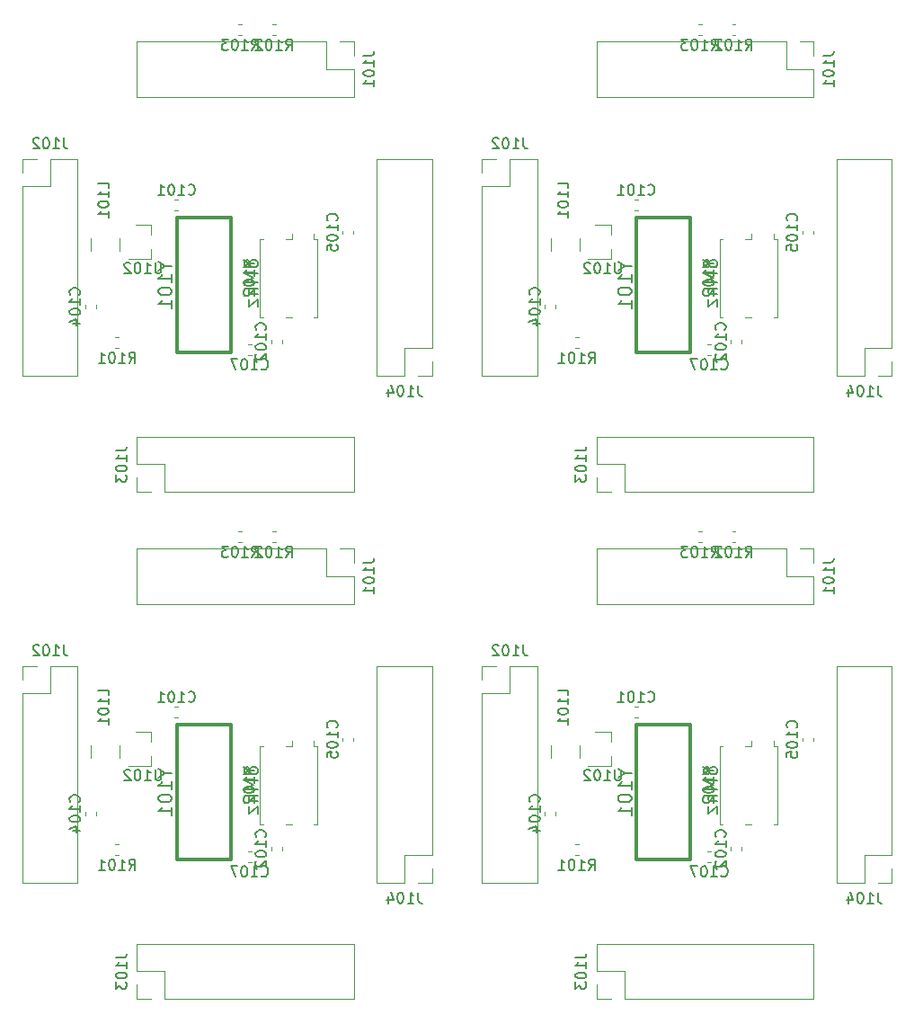
<source format=gbo>
G04 #@! TF.GenerationSoftware,KiCad,Pcbnew,5.0.2+dfsg1-1~bpo9+1*
G04 #@! TF.CreationDate,2019-07-08T21:33:43+02:00*
G04 #@! TF.ProjectId,PIC32MZTOMX,50494333-324d-45a5-944f-4d582e6b6963,rev?*
G04 #@! TF.SameCoordinates,Original*
G04 #@! TF.FileFunction,Legend,Bot*
G04 #@! TF.FilePolarity,Positive*
%FSLAX46Y46*%
G04 Gerber Fmt 4.6, Leading zero omitted, Abs format (unit mm)*
G04 Created by KiCad (PCBNEW 5.0.2+dfsg1-1~bpo9+1) date lun. 08 juil. 2019 21:33:43 CEST*
%MOMM*%
%LPD*%
G01*
G04 APERTURE LIST*
%ADD10C,0.120000*%
%ADD11C,0.304800*%
%ADD12C,0.150000*%
%ADD13C,0.203200*%
G04 APERTURE END LIST*
D10*
G04 #@! TO.C,R102*
X195569721Y-111000000D02*
X195895279Y-111000000D01*
X195569721Y-109980000D02*
X195895279Y-109980000D01*
G04 #@! TO.C,J102*
X173355000Y-122622000D02*
X172025000Y-122622000D01*
X172025000Y-122622000D02*
X172025000Y-123952000D01*
X174625000Y-122622000D02*
X174625000Y-125222000D01*
X174625000Y-125222000D02*
X172025000Y-125222000D01*
X172025000Y-125222000D02*
X172025000Y-143062000D01*
X177225000Y-143062000D02*
X172025000Y-143062000D01*
X177225000Y-122622000D02*
X177225000Y-143062000D01*
X177225000Y-122622000D02*
X174625000Y-122622000D01*
G04 #@! TO.C,U102*
X184148000Y-128849000D02*
X184148000Y-129779000D01*
X184148000Y-132009000D02*
X184148000Y-131079000D01*
X184148000Y-132009000D02*
X181988000Y-132009000D01*
X184148000Y-128849000D02*
X182688000Y-128849000D01*
G04 #@! TO.C,C101*
X186700279Y-126490000D02*
X186374721Y-126490000D01*
X186700279Y-127510000D02*
X186374721Y-127510000D01*
D11*
G04 #@! TO.C,Y101*
X186563000Y-128143000D02*
X186563000Y-140843000D01*
X186563000Y-140843000D02*
X191643000Y-140843000D01*
X191643000Y-140843000D02*
X191643000Y-128143000D01*
X191643000Y-128143000D02*
X186563000Y-128143000D01*
D10*
G04 #@! TO.C,C102*
X152144000Y-139664221D02*
X152144000Y-139989779D01*
X153164000Y-139664221D02*
X153164000Y-139989779D01*
G04 #@! TO.C,C107*
X193258221Y-141099000D02*
X193583779Y-141099000D01*
X193258221Y-140079000D02*
X193583779Y-140079000D01*
G04 #@! TO.C,U102*
X140841000Y-128849000D02*
X139381000Y-128849000D01*
X140841000Y-132009000D02*
X138681000Y-132009000D01*
X140841000Y-132009000D02*
X140841000Y-131079000D01*
X140841000Y-128849000D02*
X140841000Y-129779000D01*
G04 #@! TO.C,L101*
X181192000Y-131285064D02*
X181192000Y-130080936D01*
X178472000Y-131285064D02*
X178472000Y-130080936D01*
G04 #@! TO.C,J103*
X139513000Y-152654000D02*
X139513000Y-153984000D01*
X139513000Y-153984000D02*
X140843000Y-153984000D01*
X139513000Y-151384000D02*
X142113000Y-151384000D01*
X142113000Y-151384000D02*
X142113000Y-153984000D01*
X142113000Y-153984000D02*
X159953000Y-153984000D01*
X159953000Y-148784000D02*
X159953000Y-153984000D01*
X139513000Y-148784000D02*
X159953000Y-148784000D01*
X139513000Y-148784000D02*
X139513000Y-151384000D01*
G04 #@! TO.C,J101*
X159953000Y-112903000D02*
X159953000Y-111573000D01*
X159953000Y-111573000D02*
X158623000Y-111573000D01*
X159953000Y-114173000D02*
X157353000Y-114173000D01*
X157353000Y-114173000D02*
X157353000Y-111573000D01*
X157353000Y-111573000D02*
X139513000Y-111573000D01*
X139513000Y-116773000D02*
X139513000Y-111573000D01*
X159953000Y-116773000D02*
X139513000Y-116773000D01*
X159953000Y-116773000D02*
X159953000Y-114173000D01*
G04 #@! TO.C,Y102*
X151397000Y-130158000D02*
X151097000Y-130158000D01*
X151097000Y-130158000D02*
X151097000Y-137558000D01*
X151097000Y-137558000D02*
X151397000Y-137558000D01*
X156197000Y-129658000D02*
X156197000Y-130158000D01*
X156197000Y-130158000D02*
X156497000Y-130158000D01*
X156497000Y-130158000D02*
X156497000Y-137558000D01*
X156497000Y-137558000D02*
X156197000Y-137558000D01*
X154097000Y-129658000D02*
X154097000Y-130158000D01*
X154097000Y-130158000D02*
X153497000Y-130158000D01*
X153497000Y-137558000D02*
X154097000Y-137558000D01*
G04 #@! TO.C,R101*
X180786721Y-140464000D02*
X181112279Y-140464000D01*
X180786721Y-139444000D02*
X181112279Y-139444000D01*
D11*
G04 #@! TO.C,Y101*
X148336000Y-128143000D02*
X143256000Y-128143000D01*
X148336000Y-140843000D02*
X148336000Y-128143000D01*
X143256000Y-140843000D02*
X148336000Y-140843000D01*
X143256000Y-128143000D02*
X143256000Y-140843000D01*
D10*
G04 #@! TO.C,J101*
X203260000Y-116773000D02*
X203260000Y-114173000D01*
X203260000Y-116773000D02*
X182820000Y-116773000D01*
X182820000Y-116773000D02*
X182820000Y-111573000D01*
X200660000Y-111573000D02*
X182820000Y-111573000D01*
X200660000Y-114173000D02*
X200660000Y-111573000D01*
X203260000Y-114173000D02*
X200660000Y-114173000D01*
X203260000Y-111573000D02*
X201930000Y-111573000D01*
X203260000Y-112903000D02*
X203260000Y-111573000D01*
G04 #@! TO.C,C104*
X178945000Y-136362221D02*
X178945000Y-136687779D01*
X177925000Y-136362221D02*
X177925000Y-136687779D01*
G04 #@! TO.C,C107*
X149951221Y-140079000D02*
X150276779Y-140079000D01*
X149951221Y-141099000D02*
X150276779Y-141099000D01*
G04 #@! TO.C,Y102*
X196804000Y-137558000D02*
X197404000Y-137558000D01*
X197404000Y-130158000D02*
X196804000Y-130158000D01*
X197404000Y-129658000D02*
X197404000Y-130158000D01*
X199804000Y-137558000D02*
X199504000Y-137558000D01*
X199804000Y-130158000D02*
X199804000Y-137558000D01*
X199504000Y-130158000D02*
X199804000Y-130158000D01*
X199504000Y-129658000D02*
X199504000Y-130158000D01*
X194404000Y-137558000D02*
X194704000Y-137558000D01*
X194404000Y-130158000D02*
X194404000Y-137558000D01*
X194704000Y-130158000D02*
X194404000Y-130158000D01*
G04 #@! TO.C,R103*
X149062221Y-111000000D02*
X149387779Y-111000000D01*
X149062221Y-109980000D02*
X149387779Y-109980000D01*
G04 #@! TO.C,C105*
X159895000Y-129377221D02*
X159895000Y-129702779D01*
X158875000Y-129377221D02*
X158875000Y-129702779D01*
G04 #@! TO.C,J104*
X209296000Y-143062000D02*
X210626000Y-143062000D01*
X210626000Y-143062000D02*
X210626000Y-141732000D01*
X208026000Y-143062000D02*
X208026000Y-140462000D01*
X208026000Y-140462000D02*
X210626000Y-140462000D01*
X210626000Y-140462000D02*
X210626000Y-122622000D01*
X205426000Y-122622000D02*
X210626000Y-122622000D01*
X205426000Y-143062000D02*
X205426000Y-122622000D01*
X205426000Y-143062000D02*
X208026000Y-143062000D01*
G04 #@! TO.C,C102*
X196471000Y-139664221D02*
X196471000Y-139989779D01*
X195451000Y-139664221D02*
X195451000Y-139989779D01*
G04 #@! TO.C,C105*
X202182000Y-129377221D02*
X202182000Y-129702779D01*
X203202000Y-129377221D02*
X203202000Y-129702779D01*
G04 #@! TO.C,R102*
X152262721Y-109980000D02*
X152588279Y-109980000D01*
X152262721Y-111000000D02*
X152588279Y-111000000D01*
G04 #@! TO.C,J102*
X133918000Y-122622000D02*
X131318000Y-122622000D01*
X133918000Y-122622000D02*
X133918000Y-143062000D01*
X133918000Y-143062000D02*
X128718000Y-143062000D01*
X128718000Y-125222000D02*
X128718000Y-143062000D01*
X131318000Y-125222000D02*
X128718000Y-125222000D01*
X131318000Y-122622000D02*
X131318000Y-125222000D01*
X128718000Y-122622000D02*
X128718000Y-123952000D01*
X130048000Y-122622000D02*
X128718000Y-122622000D01*
G04 #@! TO.C,C104*
X134618000Y-136362221D02*
X134618000Y-136687779D01*
X135638000Y-136362221D02*
X135638000Y-136687779D01*
G04 #@! TO.C,J103*
X182820000Y-148784000D02*
X182820000Y-151384000D01*
X182820000Y-148784000D02*
X203260000Y-148784000D01*
X203260000Y-148784000D02*
X203260000Y-153984000D01*
X185420000Y-153984000D02*
X203260000Y-153984000D01*
X185420000Y-151384000D02*
X185420000Y-153984000D01*
X182820000Y-151384000D02*
X185420000Y-151384000D01*
X182820000Y-153984000D02*
X184150000Y-153984000D01*
X182820000Y-152654000D02*
X182820000Y-153984000D01*
G04 #@! TO.C,R101*
X137479721Y-139444000D02*
X137805279Y-139444000D01*
X137479721Y-140464000D02*
X137805279Y-140464000D01*
G04 #@! TO.C,C101*
X143393279Y-127510000D02*
X143067721Y-127510000D01*
X143393279Y-126490000D02*
X143067721Y-126490000D01*
G04 #@! TO.C,J104*
X162119000Y-143062000D02*
X164719000Y-143062000D01*
X162119000Y-143062000D02*
X162119000Y-122622000D01*
X162119000Y-122622000D02*
X167319000Y-122622000D01*
X167319000Y-140462000D02*
X167319000Y-122622000D01*
X164719000Y-140462000D02*
X167319000Y-140462000D01*
X164719000Y-143062000D02*
X164719000Y-140462000D01*
X167319000Y-143062000D02*
X167319000Y-141732000D01*
X165989000Y-143062000D02*
X167319000Y-143062000D01*
G04 #@! TO.C,L101*
X135165000Y-131285064D02*
X135165000Y-130080936D01*
X137885000Y-131285064D02*
X137885000Y-130080936D01*
G04 #@! TO.C,R103*
X192369221Y-109980000D02*
X192694779Y-109980000D01*
X192369221Y-111000000D02*
X192694779Y-111000000D01*
D11*
G04 #@! TO.C,Y101*
X191643000Y-80391000D02*
X186563000Y-80391000D01*
X191643000Y-93091000D02*
X191643000Y-80391000D01*
X186563000Y-93091000D02*
X191643000Y-93091000D01*
X186563000Y-80391000D02*
X186563000Y-93091000D01*
D10*
G04 #@! TO.C,C107*
X193258221Y-92327000D02*
X193583779Y-92327000D01*
X193258221Y-93347000D02*
X193583779Y-93347000D01*
G04 #@! TO.C,U102*
X184148000Y-81097000D02*
X182688000Y-81097000D01*
X184148000Y-84257000D02*
X181988000Y-84257000D01*
X184148000Y-84257000D02*
X184148000Y-83327000D01*
X184148000Y-81097000D02*
X184148000Y-82027000D01*
G04 #@! TO.C,Y102*
X194704000Y-82406000D02*
X194404000Y-82406000D01*
X194404000Y-82406000D02*
X194404000Y-89806000D01*
X194404000Y-89806000D02*
X194704000Y-89806000D01*
X199504000Y-81906000D02*
X199504000Y-82406000D01*
X199504000Y-82406000D02*
X199804000Y-82406000D01*
X199804000Y-82406000D02*
X199804000Y-89806000D01*
X199804000Y-89806000D02*
X199504000Y-89806000D01*
X197404000Y-81906000D02*
X197404000Y-82406000D01*
X197404000Y-82406000D02*
X196804000Y-82406000D01*
X196804000Y-89806000D02*
X197404000Y-89806000D01*
G04 #@! TO.C,C102*
X195451000Y-91912221D02*
X195451000Y-92237779D01*
X196471000Y-91912221D02*
X196471000Y-92237779D01*
G04 #@! TO.C,J103*
X182820000Y-104902000D02*
X182820000Y-106232000D01*
X182820000Y-106232000D02*
X184150000Y-106232000D01*
X182820000Y-103632000D02*
X185420000Y-103632000D01*
X185420000Y-103632000D02*
X185420000Y-106232000D01*
X185420000Y-106232000D02*
X203260000Y-106232000D01*
X203260000Y-101032000D02*
X203260000Y-106232000D01*
X182820000Y-101032000D02*
X203260000Y-101032000D01*
X182820000Y-101032000D02*
X182820000Y-103632000D01*
G04 #@! TO.C,J101*
X203260000Y-65151000D02*
X203260000Y-63821000D01*
X203260000Y-63821000D02*
X201930000Y-63821000D01*
X203260000Y-66421000D02*
X200660000Y-66421000D01*
X200660000Y-66421000D02*
X200660000Y-63821000D01*
X200660000Y-63821000D02*
X182820000Y-63821000D01*
X182820000Y-69021000D02*
X182820000Y-63821000D01*
X203260000Y-69021000D02*
X182820000Y-69021000D01*
X203260000Y-69021000D02*
X203260000Y-66421000D01*
G04 #@! TO.C,C105*
X203202000Y-81625221D02*
X203202000Y-81950779D01*
X202182000Y-81625221D02*
X202182000Y-81950779D01*
G04 #@! TO.C,R103*
X192369221Y-63248000D02*
X192694779Y-63248000D01*
X192369221Y-62228000D02*
X192694779Y-62228000D01*
G04 #@! TO.C,R102*
X195569721Y-62228000D02*
X195895279Y-62228000D01*
X195569721Y-63248000D02*
X195895279Y-63248000D01*
G04 #@! TO.C,C104*
X177925000Y-88610221D02*
X177925000Y-88935779D01*
X178945000Y-88610221D02*
X178945000Y-88935779D01*
G04 #@! TO.C,R101*
X180786721Y-91692000D02*
X181112279Y-91692000D01*
X180786721Y-92712000D02*
X181112279Y-92712000D01*
G04 #@! TO.C,C101*
X186700279Y-79758000D02*
X186374721Y-79758000D01*
X186700279Y-78738000D02*
X186374721Y-78738000D01*
G04 #@! TO.C,J102*
X177225000Y-74870000D02*
X174625000Y-74870000D01*
X177225000Y-74870000D02*
X177225000Y-95310000D01*
X177225000Y-95310000D02*
X172025000Y-95310000D01*
X172025000Y-77470000D02*
X172025000Y-95310000D01*
X174625000Y-77470000D02*
X172025000Y-77470000D01*
X174625000Y-74870000D02*
X174625000Y-77470000D01*
X172025000Y-74870000D02*
X172025000Y-76200000D01*
X173355000Y-74870000D02*
X172025000Y-74870000D01*
G04 #@! TO.C,J104*
X205426000Y-95310000D02*
X208026000Y-95310000D01*
X205426000Y-95310000D02*
X205426000Y-74870000D01*
X205426000Y-74870000D02*
X210626000Y-74870000D01*
X210626000Y-92710000D02*
X210626000Y-74870000D01*
X208026000Y-92710000D02*
X210626000Y-92710000D01*
X208026000Y-95310000D02*
X208026000Y-92710000D01*
X210626000Y-95310000D02*
X210626000Y-93980000D01*
X209296000Y-95310000D02*
X210626000Y-95310000D01*
G04 #@! TO.C,L101*
X178472000Y-83533064D02*
X178472000Y-82328936D01*
X181192000Y-83533064D02*
X181192000Y-82328936D01*
G04 #@! TO.C,Y102*
X153497000Y-89806000D02*
X154097000Y-89806000D01*
X154097000Y-82406000D02*
X153497000Y-82406000D01*
X154097000Y-81906000D02*
X154097000Y-82406000D01*
X156497000Y-89806000D02*
X156197000Y-89806000D01*
X156497000Y-82406000D02*
X156497000Y-89806000D01*
X156197000Y-82406000D02*
X156497000Y-82406000D01*
X156197000Y-81906000D02*
X156197000Y-82406000D01*
X151097000Y-89806000D02*
X151397000Y-89806000D01*
X151097000Y-82406000D02*
X151097000Y-89806000D01*
X151397000Y-82406000D02*
X151097000Y-82406000D01*
D11*
G04 #@! TO.C,Y101*
X143256000Y-80391000D02*
X143256000Y-93091000D01*
X143256000Y-93091000D02*
X148336000Y-93091000D01*
X148336000Y-93091000D02*
X148336000Y-80391000D01*
X148336000Y-80391000D02*
X143256000Y-80391000D01*
D10*
G04 #@! TO.C,C102*
X153164000Y-91912221D02*
X153164000Y-92237779D01*
X152144000Y-91912221D02*
X152144000Y-92237779D01*
G04 #@! TO.C,J101*
X159953000Y-69021000D02*
X159953000Y-66421000D01*
X159953000Y-69021000D02*
X139513000Y-69021000D01*
X139513000Y-69021000D02*
X139513000Y-63821000D01*
X157353000Y-63821000D02*
X139513000Y-63821000D01*
X157353000Y-66421000D02*
X157353000Y-63821000D01*
X159953000Y-66421000D02*
X157353000Y-66421000D01*
X159953000Y-63821000D02*
X158623000Y-63821000D01*
X159953000Y-65151000D02*
X159953000Y-63821000D01*
G04 #@! TO.C,C101*
X143393279Y-78738000D02*
X143067721Y-78738000D01*
X143393279Y-79758000D02*
X143067721Y-79758000D01*
G04 #@! TO.C,J102*
X130048000Y-74870000D02*
X128718000Y-74870000D01*
X128718000Y-74870000D02*
X128718000Y-76200000D01*
X131318000Y-74870000D02*
X131318000Y-77470000D01*
X131318000Y-77470000D02*
X128718000Y-77470000D01*
X128718000Y-77470000D02*
X128718000Y-95310000D01*
X133918000Y-95310000D02*
X128718000Y-95310000D01*
X133918000Y-74870000D02*
X133918000Y-95310000D01*
X133918000Y-74870000D02*
X131318000Y-74870000D01*
G04 #@! TO.C,J103*
X139513000Y-101032000D02*
X139513000Y-103632000D01*
X139513000Y-101032000D02*
X159953000Y-101032000D01*
X159953000Y-101032000D02*
X159953000Y-106232000D01*
X142113000Y-106232000D02*
X159953000Y-106232000D01*
X142113000Y-103632000D02*
X142113000Y-106232000D01*
X139513000Y-103632000D02*
X142113000Y-103632000D01*
X139513000Y-106232000D02*
X140843000Y-106232000D01*
X139513000Y-104902000D02*
X139513000Y-106232000D01*
G04 #@! TO.C,J104*
X165989000Y-95310000D02*
X167319000Y-95310000D01*
X167319000Y-95310000D02*
X167319000Y-93980000D01*
X164719000Y-95310000D02*
X164719000Y-92710000D01*
X164719000Y-92710000D02*
X167319000Y-92710000D01*
X167319000Y-92710000D02*
X167319000Y-74870000D01*
X162119000Y-74870000D02*
X167319000Y-74870000D01*
X162119000Y-95310000D02*
X162119000Y-74870000D01*
X162119000Y-95310000D02*
X164719000Y-95310000D01*
G04 #@! TO.C,L101*
X137885000Y-83533064D02*
X137885000Y-82328936D01*
X135165000Y-83533064D02*
X135165000Y-82328936D01*
G04 #@! TO.C,R101*
X137479721Y-92712000D02*
X137805279Y-92712000D01*
X137479721Y-91692000D02*
X137805279Y-91692000D01*
G04 #@! TO.C,R102*
X152262721Y-63248000D02*
X152588279Y-63248000D01*
X152262721Y-62228000D02*
X152588279Y-62228000D01*
G04 #@! TO.C,R103*
X149062221Y-62228000D02*
X149387779Y-62228000D01*
X149062221Y-63248000D02*
X149387779Y-63248000D01*
G04 #@! TO.C,U102*
X140841000Y-81097000D02*
X140841000Y-82027000D01*
X140841000Y-84257000D02*
X140841000Y-83327000D01*
X140841000Y-84257000D02*
X138681000Y-84257000D01*
X140841000Y-81097000D02*
X139381000Y-81097000D01*
G04 #@! TO.C,C104*
X135638000Y-88610221D02*
X135638000Y-88935779D01*
X134618000Y-88610221D02*
X134618000Y-88935779D01*
G04 #@! TO.C,C105*
X158875000Y-81625221D02*
X158875000Y-81950779D01*
X159895000Y-81625221D02*
X159895000Y-81950779D01*
G04 #@! TO.C,C107*
X149951221Y-93347000D02*
X150276779Y-93347000D01*
X149951221Y-92327000D02*
X150276779Y-92327000D01*
G04 #@! TO.C,R102*
D12*
X196851547Y-112372380D02*
X197184880Y-111896190D01*
X197422976Y-112372380D02*
X197422976Y-111372380D01*
X197042023Y-111372380D01*
X196946785Y-111420000D01*
X196899166Y-111467619D01*
X196851547Y-111562857D01*
X196851547Y-111705714D01*
X196899166Y-111800952D01*
X196946785Y-111848571D01*
X197042023Y-111896190D01*
X197422976Y-111896190D01*
X195899166Y-112372380D02*
X196470595Y-112372380D01*
X196184880Y-112372380D02*
X196184880Y-111372380D01*
X196280119Y-111515238D01*
X196375357Y-111610476D01*
X196470595Y-111658095D01*
X195280119Y-111372380D02*
X195184880Y-111372380D01*
X195089642Y-111420000D01*
X195042023Y-111467619D01*
X194994404Y-111562857D01*
X194946785Y-111753333D01*
X194946785Y-111991428D01*
X194994404Y-112181904D01*
X195042023Y-112277142D01*
X195089642Y-112324761D01*
X195184880Y-112372380D01*
X195280119Y-112372380D01*
X195375357Y-112324761D01*
X195422976Y-112277142D01*
X195470595Y-112181904D01*
X195518214Y-111991428D01*
X195518214Y-111753333D01*
X195470595Y-111562857D01*
X195422976Y-111467619D01*
X195375357Y-111420000D01*
X195280119Y-111372380D01*
X194565833Y-111467619D02*
X194518214Y-111420000D01*
X194422976Y-111372380D01*
X194184880Y-111372380D01*
X194089642Y-111420000D01*
X194042023Y-111467619D01*
X193994404Y-111562857D01*
X193994404Y-111658095D01*
X194042023Y-111800952D01*
X194613452Y-112372380D01*
X193994404Y-112372380D01*
G04 #@! TO.C,J102*
X175910714Y-120634380D02*
X175910714Y-121348666D01*
X175958333Y-121491523D01*
X176053571Y-121586761D01*
X176196428Y-121634380D01*
X176291666Y-121634380D01*
X174910714Y-121634380D02*
X175482142Y-121634380D01*
X175196428Y-121634380D02*
X175196428Y-120634380D01*
X175291666Y-120777238D01*
X175386904Y-120872476D01*
X175482142Y-120920095D01*
X174291666Y-120634380D02*
X174196428Y-120634380D01*
X174101190Y-120682000D01*
X174053571Y-120729619D01*
X174005952Y-120824857D01*
X173958333Y-121015333D01*
X173958333Y-121253428D01*
X174005952Y-121443904D01*
X174053571Y-121539142D01*
X174101190Y-121586761D01*
X174196428Y-121634380D01*
X174291666Y-121634380D01*
X174386904Y-121586761D01*
X174434523Y-121539142D01*
X174482142Y-121443904D01*
X174529761Y-121253428D01*
X174529761Y-121015333D01*
X174482142Y-120824857D01*
X174434523Y-120729619D01*
X174386904Y-120682000D01*
X174291666Y-120634380D01*
X173577380Y-120729619D02*
X173529761Y-120682000D01*
X173434523Y-120634380D01*
X173196428Y-120634380D01*
X173101190Y-120682000D01*
X173053571Y-120729619D01*
X173005952Y-120824857D01*
X173005952Y-120920095D01*
X173053571Y-121062952D01*
X173625000Y-121634380D01*
X173005952Y-121634380D01*
G04 #@! TO.C,U102*
X185102285Y-132381380D02*
X185102285Y-133190904D01*
X185054666Y-133286142D01*
X185007047Y-133333761D01*
X184911809Y-133381380D01*
X184721333Y-133381380D01*
X184626095Y-133333761D01*
X184578476Y-133286142D01*
X184530857Y-133190904D01*
X184530857Y-132381380D01*
X183530857Y-133381380D02*
X184102285Y-133381380D01*
X183816571Y-133381380D02*
X183816571Y-132381380D01*
X183911809Y-132524238D01*
X184007047Y-132619476D01*
X184102285Y-132667095D01*
X182911809Y-132381380D02*
X182816571Y-132381380D01*
X182721333Y-132429000D01*
X182673714Y-132476619D01*
X182626095Y-132571857D01*
X182578476Y-132762333D01*
X182578476Y-133000428D01*
X182626095Y-133190904D01*
X182673714Y-133286142D01*
X182721333Y-133333761D01*
X182816571Y-133381380D01*
X182911809Y-133381380D01*
X183007047Y-133333761D01*
X183054666Y-133286142D01*
X183102285Y-133190904D01*
X183149904Y-133000428D01*
X183149904Y-132762333D01*
X183102285Y-132571857D01*
X183054666Y-132476619D01*
X183007047Y-132429000D01*
X182911809Y-132381380D01*
X182197523Y-132476619D02*
X182149904Y-132429000D01*
X182054666Y-132381380D01*
X181816571Y-132381380D01*
X181721333Y-132429000D01*
X181673714Y-132476619D01*
X181626095Y-132571857D01*
X181626095Y-132667095D01*
X181673714Y-132809952D01*
X182245142Y-133381380D01*
X181626095Y-133381380D01*
G04 #@! TO.C,C101*
X187656547Y-125927142D02*
X187704166Y-125974761D01*
X187847023Y-126022380D01*
X187942261Y-126022380D01*
X188085119Y-125974761D01*
X188180357Y-125879523D01*
X188227976Y-125784285D01*
X188275595Y-125593809D01*
X188275595Y-125450952D01*
X188227976Y-125260476D01*
X188180357Y-125165238D01*
X188085119Y-125070000D01*
X187942261Y-125022380D01*
X187847023Y-125022380D01*
X187704166Y-125070000D01*
X187656547Y-125117619D01*
X186704166Y-126022380D02*
X187275595Y-126022380D01*
X186989880Y-126022380D02*
X186989880Y-125022380D01*
X187085119Y-125165238D01*
X187180357Y-125260476D01*
X187275595Y-125308095D01*
X186085119Y-125022380D02*
X185989880Y-125022380D01*
X185894642Y-125070000D01*
X185847023Y-125117619D01*
X185799404Y-125212857D01*
X185751785Y-125403333D01*
X185751785Y-125641428D01*
X185799404Y-125831904D01*
X185847023Y-125927142D01*
X185894642Y-125974761D01*
X185989880Y-126022380D01*
X186085119Y-126022380D01*
X186180357Y-125974761D01*
X186227976Y-125927142D01*
X186275595Y-125831904D01*
X186323214Y-125641428D01*
X186323214Y-125403333D01*
X186275595Y-125212857D01*
X186227976Y-125117619D01*
X186180357Y-125070000D01*
X186085119Y-125022380D01*
X184799404Y-126022380D02*
X185370833Y-126022380D01*
X185085119Y-126022380D02*
X185085119Y-125022380D01*
X185180357Y-125165238D01*
X185275595Y-125260476D01*
X185370833Y-125308095D01*
G04 #@! TO.C,Y101*
D13*
X185491361Y-132729514D02*
X186096123Y-132729514D01*
X184826123Y-132306180D02*
X185491361Y-132729514D01*
X184826123Y-133152847D01*
X186096123Y-134241419D02*
X186096123Y-133515704D01*
X186096123Y-133878561D02*
X184826123Y-133878561D01*
X185007552Y-133757609D01*
X185128504Y-133636657D01*
X185188980Y-133515704D01*
X184826123Y-135027609D02*
X184826123Y-135148561D01*
X184886600Y-135269514D01*
X184947076Y-135329990D01*
X185068028Y-135390466D01*
X185309933Y-135450942D01*
X185612314Y-135450942D01*
X185854219Y-135390466D01*
X185975171Y-135329990D01*
X186035647Y-135269514D01*
X186096123Y-135148561D01*
X186096123Y-135027609D01*
X186035647Y-134906657D01*
X185975171Y-134846180D01*
X185854219Y-134785704D01*
X185612314Y-134725228D01*
X185309933Y-134725228D01*
X185068028Y-134785704D01*
X184947076Y-134846180D01*
X184886600Y-134906657D01*
X184826123Y-135027609D01*
X186096123Y-136660466D02*
X186096123Y-135934752D01*
X186096123Y-136297609D02*
X184826123Y-136297609D01*
X185007552Y-136176657D01*
X185128504Y-136055704D01*
X185188980Y-135934752D01*
X193447609Y-132354561D02*
X193387133Y-132233609D01*
X193326657Y-132173133D01*
X193205704Y-132112657D01*
X193145228Y-132112657D01*
X193024276Y-132173133D01*
X192963800Y-132233609D01*
X192903323Y-132354561D01*
X192903323Y-132596466D01*
X192963800Y-132717419D01*
X193024276Y-132777895D01*
X193145228Y-132838371D01*
X193205704Y-132838371D01*
X193326657Y-132777895D01*
X193387133Y-132717419D01*
X193447609Y-132596466D01*
X193447609Y-132354561D01*
X193508085Y-132233609D01*
X193568561Y-132173133D01*
X193689514Y-132112657D01*
X193931419Y-132112657D01*
X194052371Y-132173133D01*
X194112847Y-132233609D01*
X194173323Y-132354561D01*
X194173323Y-132596466D01*
X194112847Y-132717419D01*
X194052371Y-132777895D01*
X193931419Y-132838371D01*
X193689514Y-132838371D01*
X193568561Y-132777895D01*
X193508085Y-132717419D01*
X193447609Y-132596466D01*
X194173323Y-133382657D02*
X192903323Y-133382657D01*
X193810466Y-133805990D01*
X192903323Y-134229323D01*
X194173323Y-134229323D01*
X194173323Y-134834085D02*
X192903323Y-134834085D01*
X194173323Y-135378371D02*
X193508085Y-135378371D01*
X193387133Y-135317895D01*
X193326657Y-135196942D01*
X193326657Y-135015514D01*
X193387133Y-134894561D01*
X193447609Y-134834085D01*
X193326657Y-135862180D02*
X193326657Y-136527419D01*
X194173323Y-135862180D01*
X194173323Y-136527419D01*
G04 #@! TO.C,C102*
D12*
X151581142Y-138707952D02*
X151628761Y-138660333D01*
X151676380Y-138517476D01*
X151676380Y-138422238D01*
X151628761Y-138279380D01*
X151533523Y-138184142D01*
X151438285Y-138136523D01*
X151247809Y-138088904D01*
X151104952Y-138088904D01*
X150914476Y-138136523D01*
X150819238Y-138184142D01*
X150724000Y-138279380D01*
X150676380Y-138422238D01*
X150676380Y-138517476D01*
X150724000Y-138660333D01*
X150771619Y-138707952D01*
X151676380Y-139660333D02*
X151676380Y-139088904D01*
X151676380Y-139374619D02*
X150676380Y-139374619D01*
X150819238Y-139279380D01*
X150914476Y-139184142D01*
X150962095Y-139088904D01*
X150676380Y-140279380D02*
X150676380Y-140374619D01*
X150724000Y-140469857D01*
X150771619Y-140517476D01*
X150866857Y-140565095D01*
X151057333Y-140612714D01*
X151295428Y-140612714D01*
X151485904Y-140565095D01*
X151581142Y-140517476D01*
X151628761Y-140469857D01*
X151676380Y-140374619D01*
X151676380Y-140279380D01*
X151628761Y-140184142D01*
X151581142Y-140136523D01*
X151485904Y-140088904D01*
X151295428Y-140041285D01*
X151057333Y-140041285D01*
X150866857Y-140088904D01*
X150771619Y-140136523D01*
X150724000Y-140184142D01*
X150676380Y-140279380D01*
X150771619Y-140993666D02*
X150724000Y-141041285D01*
X150676380Y-141136523D01*
X150676380Y-141374619D01*
X150724000Y-141469857D01*
X150771619Y-141517476D01*
X150866857Y-141565095D01*
X150962095Y-141565095D01*
X151104952Y-141517476D01*
X151676380Y-140946047D01*
X151676380Y-141565095D01*
G04 #@! TO.C,C107*
X194540047Y-142376142D02*
X194587666Y-142423761D01*
X194730523Y-142471380D01*
X194825761Y-142471380D01*
X194968619Y-142423761D01*
X195063857Y-142328523D01*
X195111476Y-142233285D01*
X195159095Y-142042809D01*
X195159095Y-141899952D01*
X195111476Y-141709476D01*
X195063857Y-141614238D01*
X194968619Y-141519000D01*
X194825761Y-141471380D01*
X194730523Y-141471380D01*
X194587666Y-141519000D01*
X194540047Y-141566619D01*
X193587666Y-142471380D02*
X194159095Y-142471380D01*
X193873380Y-142471380D02*
X193873380Y-141471380D01*
X193968619Y-141614238D01*
X194063857Y-141709476D01*
X194159095Y-141757095D01*
X192968619Y-141471380D02*
X192873380Y-141471380D01*
X192778142Y-141519000D01*
X192730523Y-141566619D01*
X192682904Y-141661857D01*
X192635285Y-141852333D01*
X192635285Y-142090428D01*
X192682904Y-142280904D01*
X192730523Y-142376142D01*
X192778142Y-142423761D01*
X192873380Y-142471380D01*
X192968619Y-142471380D01*
X193063857Y-142423761D01*
X193111476Y-142376142D01*
X193159095Y-142280904D01*
X193206714Y-142090428D01*
X193206714Y-141852333D01*
X193159095Y-141661857D01*
X193111476Y-141566619D01*
X193063857Y-141519000D01*
X192968619Y-141471380D01*
X192301952Y-141471380D02*
X191635285Y-141471380D01*
X192063857Y-142471380D01*
G04 #@! TO.C,U102*
X141795285Y-132381380D02*
X141795285Y-133190904D01*
X141747666Y-133286142D01*
X141700047Y-133333761D01*
X141604809Y-133381380D01*
X141414333Y-133381380D01*
X141319095Y-133333761D01*
X141271476Y-133286142D01*
X141223857Y-133190904D01*
X141223857Y-132381380D01*
X140223857Y-133381380D02*
X140795285Y-133381380D01*
X140509571Y-133381380D02*
X140509571Y-132381380D01*
X140604809Y-132524238D01*
X140700047Y-132619476D01*
X140795285Y-132667095D01*
X139604809Y-132381380D02*
X139509571Y-132381380D01*
X139414333Y-132429000D01*
X139366714Y-132476619D01*
X139319095Y-132571857D01*
X139271476Y-132762333D01*
X139271476Y-133000428D01*
X139319095Y-133190904D01*
X139366714Y-133286142D01*
X139414333Y-133333761D01*
X139509571Y-133381380D01*
X139604809Y-133381380D01*
X139700047Y-133333761D01*
X139747666Y-133286142D01*
X139795285Y-133190904D01*
X139842904Y-133000428D01*
X139842904Y-132762333D01*
X139795285Y-132571857D01*
X139747666Y-132476619D01*
X139700047Y-132429000D01*
X139604809Y-132381380D01*
X138890523Y-132476619D02*
X138842904Y-132429000D01*
X138747666Y-132381380D01*
X138509571Y-132381380D01*
X138414333Y-132429000D01*
X138366714Y-132476619D01*
X138319095Y-132571857D01*
X138319095Y-132667095D01*
X138366714Y-132809952D01*
X138938142Y-133381380D01*
X138319095Y-133381380D01*
G04 #@! TO.C,L101*
X180157380Y-125372952D02*
X180157380Y-124896761D01*
X179157380Y-124896761D01*
X180157380Y-126230095D02*
X180157380Y-125658666D01*
X180157380Y-125944380D02*
X179157380Y-125944380D01*
X179300238Y-125849142D01*
X179395476Y-125753904D01*
X179443095Y-125658666D01*
X179157380Y-126849142D02*
X179157380Y-126944380D01*
X179205000Y-127039619D01*
X179252619Y-127087238D01*
X179347857Y-127134857D01*
X179538333Y-127182476D01*
X179776428Y-127182476D01*
X179966904Y-127134857D01*
X180062142Y-127087238D01*
X180109761Y-127039619D01*
X180157380Y-126944380D01*
X180157380Y-126849142D01*
X180109761Y-126753904D01*
X180062142Y-126706285D01*
X179966904Y-126658666D01*
X179776428Y-126611047D01*
X179538333Y-126611047D01*
X179347857Y-126658666D01*
X179252619Y-126706285D01*
X179205000Y-126753904D01*
X179157380Y-126849142D01*
X180157380Y-128134857D02*
X180157380Y-127563428D01*
X180157380Y-127849142D02*
X179157380Y-127849142D01*
X179300238Y-127753904D01*
X179395476Y-127658666D01*
X179443095Y-127563428D01*
G04 #@! TO.C,J103*
X137525380Y-150098285D02*
X138239666Y-150098285D01*
X138382523Y-150050666D01*
X138477761Y-149955428D01*
X138525380Y-149812571D01*
X138525380Y-149717333D01*
X138525380Y-151098285D02*
X138525380Y-150526857D01*
X138525380Y-150812571D02*
X137525380Y-150812571D01*
X137668238Y-150717333D01*
X137763476Y-150622095D01*
X137811095Y-150526857D01*
X137525380Y-151717333D02*
X137525380Y-151812571D01*
X137573000Y-151907809D01*
X137620619Y-151955428D01*
X137715857Y-152003047D01*
X137906333Y-152050666D01*
X138144428Y-152050666D01*
X138334904Y-152003047D01*
X138430142Y-151955428D01*
X138477761Y-151907809D01*
X138525380Y-151812571D01*
X138525380Y-151717333D01*
X138477761Y-151622095D01*
X138430142Y-151574476D01*
X138334904Y-151526857D01*
X138144428Y-151479238D01*
X137906333Y-151479238D01*
X137715857Y-151526857D01*
X137620619Y-151574476D01*
X137573000Y-151622095D01*
X137525380Y-151717333D01*
X137525380Y-152384000D02*
X137525380Y-153003047D01*
X137906333Y-152669714D01*
X137906333Y-152812571D01*
X137953952Y-152907809D01*
X138001571Y-152955428D01*
X138096809Y-153003047D01*
X138334904Y-153003047D01*
X138430142Y-152955428D01*
X138477761Y-152907809D01*
X138525380Y-152812571D01*
X138525380Y-152526857D01*
X138477761Y-152431619D01*
X138430142Y-152384000D01*
G04 #@! TO.C,J101*
X160845380Y-112887285D02*
X161559666Y-112887285D01*
X161702523Y-112839666D01*
X161797761Y-112744428D01*
X161845380Y-112601571D01*
X161845380Y-112506333D01*
X161845380Y-113887285D02*
X161845380Y-113315857D01*
X161845380Y-113601571D02*
X160845380Y-113601571D01*
X160988238Y-113506333D01*
X161083476Y-113411095D01*
X161131095Y-113315857D01*
X160845380Y-114506333D02*
X160845380Y-114601571D01*
X160893000Y-114696809D01*
X160940619Y-114744428D01*
X161035857Y-114792047D01*
X161226333Y-114839666D01*
X161464428Y-114839666D01*
X161654904Y-114792047D01*
X161750142Y-114744428D01*
X161797761Y-114696809D01*
X161845380Y-114601571D01*
X161845380Y-114506333D01*
X161797761Y-114411095D01*
X161750142Y-114363476D01*
X161654904Y-114315857D01*
X161464428Y-114268238D01*
X161226333Y-114268238D01*
X161035857Y-114315857D01*
X160940619Y-114363476D01*
X160893000Y-114411095D01*
X160845380Y-114506333D01*
X161845380Y-115792047D02*
X161845380Y-115220619D01*
X161845380Y-115506333D02*
X160845380Y-115506333D01*
X160988238Y-115411095D01*
X161083476Y-115315857D01*
X161131095Y-115220619D01*
G04 #@! TO.C,Y102*
X150073190Y-132429428D02*
X150549380Y-132429428D01*
X149549380Y-132096095D02*
X150073190Y-132429428D01*
X149549380Y-132762761D01*
X150549380Y-133619904D02*
X150549380Y-133048476D01*
X150549380Y-133334190D02*
X149549380Y-133334190D01*
X149692238Y-133238952D01*
X149787476Y-133143714D01*
X149835095Y-133048476D01*
X149549380Y-134238952D02*
X149549380Y-134334190D01*
X149597000Y-134429428D01*
X149644619Y-134477047D01*
X149739857Y-134524666D01*
X149930333Y-134572285D01*
X150168428Y-134572285D01*
X150358904Y-134524666D01*
X150454142Y-134477047D01*
X150501761Y-134429428D01*
X150549380Y-134334190D01*
X150549380Y-134238952D01*
X150501761Y-134143714D01*
X150454142Y-134096095D01*
X150358904Y-134048476D01*
X150168428Y-134000857D01*
X149930333Y-134000857D01*
X149739857Y-134048476D01*
X149644619Y-134096095D01*
X149597000Y-134143714D01*
X149549380Y-134238952D01*
X149644619Y-134953238D02*
X149597000Y-135000857D01*
X149549380Y-135096095D01*
X149549380Y-135334190D01*
X149597000Y-135429428D01*
X149644619Y-135477047D01*
X149739857Y-135524666D01*
X149835095Y-135524666D01*
X149977952Y-135477047D01*
X150549380Y-134905619D01*
X150549380Y-135524666D01*
G04 #@! TO.C,R101*
X182068547Y-141836380D02*
X182401880Y-141360190D01*
X182639976Y-141836380D02*
X182639976Y-140836380D01*
X182259023Y-140836380D01*
X182163785Y-140884000D01*
X182116166Y-140931619D01*
X182068547Y-141026857D01*
X182068547Y-141169714D01*
X182116166Y-141264952D01*
X182163785Y-141312571D01*
X182259023Y-141360190D01*
X182639976Y-141360190D01*
X181116166Y-141836380D02*
X181687595Y-141836380D01*
X181401880Y-141836380D02*
X181401880Y-140836380D01*
X181497119Y-140979238D01*
X181592357Y-141074476D01*
X181687595Y-141122095D01*
X180497119Y-140836380D02*
X180401880Y-140836380D01*
X180306642Y-140884000D01*
X180259023Y-140931619D01*
X180211404Y-141026857D01*
X180163785Y-141217333D01*
X180163785Y-141455428D01*
X180211404Y-141645904D01*
X180259023Y-141741142D01*
X180306642Y-141788761D01*
X180401880Y-141836380D01*
X180497119Y-141836380D01*
X180592357Y-141788761D01*
X180639976Y-141741142D01*
X180687595Y-141645904D01*
X180735214Y-141455428D01*
X180735214Y-141217333D01*
X180687595Y-141026857D01*
X180639976Y-140931619D01*
X180592357Y-140884000D01*
X180497119Y-140836380D01*
X179211404Y-141836380D02*
X179782833Y-141836380D01*
X179497119Y-141836380D02*
X179497119Y-140836380D01*
X179592357Y-140979238D01*
X179687595Y-141074476D01*
X179782833Y-141122095D01*
G04 #@! TO.C,Y101*
D13*
X142184361Y-132729514D02*
X142789123Y-132729514D01*
X141519123Y-132306180D02*
X142184361Y-132729514D01*
X141519123Y-133152847D01*
X142789123Y-134241419D02*
X142789123Y-133515704D01*
X142789123Y-133878561D02*
X141519123Y-133878561D01*
X141700552Y-133757609D01*
X141821504Y-133636657D01*
X141881980Y-133515704D01*
X141519123Y-135027609D02*
X141519123Y-135148561D01*
X141579600Y-135269514D01*
X141640076Y-135329990D01*
X141761028Y-135390466D01*
X142002933Y-135450942D01*
X142305314Y-135450942D01*
X142547219Y-135390466D01*
X142668171Y-135329990D01*
X142728647Y-135269514D01*
X142789123Y-135148561D01*
X142789123Y-135027609D01*
X142728647Y-134906657D01*
X142668171Y-134846180D01*
X142547219Y-134785704D01*
X142305314Y-134725228D01*
X142002933Y-134725228D01*
X141761028Y-134785704D01*
X141640076Y-134846180D01*
X141579600Y-134906657D01*
X141519123Y-135027609D01*
X142789123Y-136660466D02*
X142789123Y-135934752D01*
X142789123Y-136297609D02*
X141519123Y-136297609D01*
X141700552Y-136176657D01*
X141821504Y-136055704D01*
X141881980Y-135934752D01*
X150140609Y-132354561D02*
X150080133Y-132233609D01*
X150019657Y-132173133D01*
X149898704Y-132112657D01*
X149838228Y-132112657D01*
X149717276Y-132173133D01*
X149656800Y-132233609D01*
X149596323Y-132354561D01*
X149596323Y-132596466D01*
X149656800Y-132717419D01*
X149717276Y-132777895D01*
X149838228Y-132838371D01*
X149898704Y-132838371D01*
X150019657Y-132777895D01*
X150080133Y-132717419D01*
X150140609Y-132596466D01*
X150140609Y-132354561D01*
X150201085Y-132233609D01*
X150261561Y-132173133D01*
X150382514Y-132112657D01*
X150624419Y-132112657D01*
X150745371Y-132173133D01*
X150805847Y-132233609D01*
X150866323Y-132354561D01*
X150866323Y-132596466D01*
X150805847Y-132717419D01*
X150745371Y-132777895D01*
X150624419Y-132838371D01*
X150382514Y-132838371D01*
X150261561Y-132777895D01*
X150201085Y-132717419D01*
X150140609Y-132596466D01*
X150866323Y-133382657D02*
X149596323Y-133382657D01*
X150503466Y-133805990D01*
X149596323Y-134229323D01*
X150866323Y-134229323D01*
X150866323Y-134834085D02*
X149596323Y-134834085D01*
X150866323Y-135378371D02*
X150201085Y-135378371D01*
X150080133Y-135317895D01*
X150019657Y-135196942D01*
X150019657Y-135015514D01*
X150080133Y-134894561D01*
X150140609Y-134834085D01*
X150019657Y-135862180D02*
X150019657Y-136527419D01*
X150866323Y-135862180D01*
X150866323Y-136527419D01*
G04 #@! TO.C,J101*
D12*
X204152380Y-112887285D02*
X204866666Y-112887285D01*
X205009523Y-112839666D01*
X205104761Y-112744428D01*
X205152380Y-112601571D01*
X205152380Y-112506333D01*
X205152380Y-113887285D02*
X205152380Y-113315857D01*
X205152380Y-113601571D02*
X204152380Y-113601571D01*
X204295238Y-113506333D01*
X204390476Y-113411095D01*
X204438095Y-113315857D01*
X204152380Y-114506333D02*
X204152380Y-114601571D01*
X204200000Y-114696809D01*
X204247619Y-114744428D01*
X204342857Y-114792047D01*
X204533333Y-114839666D01*
X204771428Y-114839666D01*
X204961904Y-114792047D01*
X205057142Y-114744428D01*
X205104761Y-114696809D01*
X205152380Y-114601571D01*
X205152380Y-114506333D01*
X205104761Y-114411095D01*
X205057142Y-114363476D01*
X204961904Y-114315857D01*
X204771428Y-114268238D01*
X204533333Y-114268238D01*
X204342857Y-114315857D01*
X204247619Y-114363476D01*
X204200000Y-114411095D01*
X204152380Y-114506333D01*
X205152380Y-115792047D02*
X205152380Y-115220619D01*
X205152380Y-115506333D02*
X204152380Y-115506333D01*
X204295238Y-115411095D01*
X204390476Y-115315857D01*
X204438095Y-115220619D01*
G04 #@! TO.C,C104*
X177362142Y-135405952D02*
X177409761Y-135358333D01*
X177457380Y-135215476D01*
X177457380Y-135120238D01*
X177409761Y-134977380D01*
X177314523Y-134882142D01*
X177219285Y-134834523D01*
X177028809Y-134786904D01*
X176885952Y-134786904D01*
X176695476Y-134834523D01*
X176600238Y-134882142D01*
X176505000Y-134977380D01*
X176457380Y-135120238D01*
X176457380Y-135215476D01*
X176505000Y-135358333D01*
X176552619Y-135405952D01*
X177457380Y-136358333D02*
X177457380Y-135786904D01*
X177457380Y-136072619D02*
X176457380Y-136072619D01*
X176600238Y-135977380D01*
X176695476Y-135882142D01*
X176743095Y-135786904D01*
X176457380Y-136977380D02*
X176457380Y-137072619D01*
X176505000Y-137167857D01*
X176552619Y-137215476D01*
X176647857Y-137263095D01*
X176838333Y-137310714D01*
X177076428Y-137310714D01*
X177266904Y-137263095D01*
X177362142Y-137215476D01*
X177409761Y-137167857D01*
X177457380Y-137072619D01*
X177457380Y-136977380D01*
X177409761Y-136882142D01*
X177362142Y-136834523D01*
X177266904Y-136786904D01*
X177076428Y-136739285D01*
X176838333Y-136739285D01*
X176647857Y-136786904D01*
X176552619Y-136834523D01*
X176505000Y-136882142D01*
X176457380Y-136977380D01*
X176790714Y-138167857D02*
X177457380Y-138167857D01*
X176409761Y-137929761D02*
X177124047Y-137691666D01*
X177124047Y-138310714D01*
G04 #@! TO.C,C107*
X151233047Y-142376142D02*
X151280666Y-142423761D01*
X151423523Y-142471380D01*
X151518761Y-142471380D01*
X151661619Y-142423761D01*
X151756857Y-142328523D01*
X151804476Y-142233285D01*
X151852095Y-142042809D01*
X151852095Y-141899952D01*
X151804476Y-141709476D01*
X151756857Y-141614238D01*
X151661619Y-141519000D01*
X151518761Y-141471380D01*
X151423523Y-141471380D01*
X151280666Y-141519000D01*
X151233047Y-141566619D01*
X150280666Y-142471380D02*
X150852095Y-142471380D01*
X150566380Y-142471380D02*
X150566380Y-141471380D01*
X150661619Y-141614238D01*
X150756857Y-141709476D01*
X150852095Y-141757095D01*
X149661619Y-141471380D02*
X149566380Y-141471380D01*
X149471142Y-141519000D01*
X149423523Y-141566619D01*
X149375904Y-141661857D01*
X149328285Y-141852333D01*
X149328285Y-142090428D01*
X149375904Y-142280904D01*
X149423523Y-142376142D01*
X149471142Y-142423761D01*
X149566380Y-142471380D01*
X149661619Y-142471380D01*
X149756857Y-142423761D01*
X149804476Y-142376142D01*
X149852095Y-142280904D01*
X149899714Y-142090428D01*
X149899714Y-141852333D01*
X149852095Y-141661857D01*
X149804476Y-141566619D01*
X149756857Y-141519000D01*
X149661619Y-141471380D01*
X148994952Y-141471380D02*
X148328285Y-141471380D01*
X148756857Y-142471380D01*
G04 #@! TO.C,Y102*
X193380190Y-132429428D02*
X193856380Y-132429428D01*
X192856380Y-132096095D02*
X193380190Y-132429428D01*
X192856380Y-132762761D01*
X193856380Y-133619904D02*
X193856380Y-133048476D01*
X193856380Y-133334190D02*
X192856380Y-133334190D01*
X192999238Y-133238952D01*
X193094476Y-133143714D01*
X193142095Y-133048476D01*
X192856380Y-134238952D02*
X192856380Y-134334190D01*
X192904000Y-134429428D01*
X192951619Y-134477047D01*
X193046857Y-134524666D01*
X193237333Y-134572285D01*
X193475428Y-134572285D01*
X193665904Y-134524666D01*
X193761142Y-134477047D01*
X193808761Y-134429428D01*
X193856380Y-134334190D01*
X193856380Y-134238952D01*
X193808761Y-134143714D01*
X193761142Y-134096095D01*
X193665904Y-134048476D01*
X193475428Y-134000857D01*
X193237333Y-134000857D01*
X193046857Y-134048476D01*
X192951619Y-134096095D01*
X192904000Y-134143714D01*
X192856380Y-134238952D01*
X192951619Y-134953238D02*
X192904000Y-135000857D01*
X192856380Y-135096095D01*
X192856380Y-135334190D01*
X192904000Y-135429428D01*
X192951619Y-135477047D01*
X193046857Y-135524666D01*
X193142095Y-135524666D01*
X193284952Y-135477047D01*
X193856380Y-134905619D01*
X193856380Y-135524666D01*
G04 #@! TO.C,R103*
X150344047Y-112372380D02*
X150677380Y-111896190D01*
X150915476Y-112372380D02*
X150915476Y-111372380D01*
X150534523Y-111372380D01*
X150439285Y-111420000D01*
X150391666Y-111467619D01*
X150344047Y-111562857D01*
X150344047Y-111705714D01*
X150391666Y-111800952D01*
X150439285Y-111848571D01*
X150534523Y-111896190D01*
X150915476Y-111896190D01*
X149391666Y-112372380D02*
X149963095Y-112372380D01*
X149677380Y-112372380D02*
X149677380Y-111372380D01*
X149772619Y-111515238D01*
X149867857Y-111610476D01*
X149963095Y-111658095D01*
X148772619Y-111372380D02*
X148677380Y-111372380D01*
X148582142Y-111420000D01*
X148534523Y-111467619D01*
X148486904Y-111562857D01*
X148439285Y-111753333D01*
X148439285Y-111991428D01*
X148486904Y-112181904D01*
X148534523Y-112277142D01*
X148582142Y-112324761D01*
X148677380Y-112372380D01*
X148772619Y-112372380D01*
X148867857Y-112324761D01*
X148915476Y-112277142D01*
X148963095Y-112181904D01*
X149010714Y-111991428D01*
X149010714Y-111753333D01*
X148963095Y-111562857D01*
X148915476Y-111467619D01*
X148867857Y-111420000D01*
X148772619Y-111372380D01*
X148105952Y-111372380D02*
X147486904Y-111372380D01*
X147820238Y-111753333D01*
X147677380Y-111753333D01*
X147582142Y-111800952D01*
X147534523Y-111848571D01*
X147486904Y-111943809D01*
X147486904Y-112181904D01*
X147534523Y-112277142D01*
X147582142Y-112324761D01*
X147677380Y-112372380D01*
X147963095Y-112372380D01*
X148058333Y-112324761D01*
X148105952Y-112277142D01*
G04 #@! TO.C,C105*
X158312142Y-128420952D02*
X158359761Y-128373333D01*
X158407380Y-128230476D01*
X158407380Y-128135238D01*
X158359761Y-127992380D01*
X158264523Y-127897142D01*
X158169285Y-127849523D01*
X157978809Y-127801904D01*
X157835952Y-127801904D01*
X157645476Y-127849523D01*
X157550238Y-127897142D01*
X157455000Y-127992380D01*
X157407380Y-128135238D01*
X157407380Y-128230476D01*
X157455000Y-128373333D01*
X157502619Y-128420952D01*
X158407380Y-129373333D02*
X158407380Y-128801904D01*
X158407380Y-129087619D02*
X157407380Y-129087619D01*
X157550238Y-128992380D01*
X157645476Y-128897142D01*
X157693095Y-128801904D01*
X157407380Y-129992380D02*
X157407380Y-130087619D01*
X157455000Y-130182857D01*
X157502619Y-130230476D01*
X157597857Y-130278095D01*
X157788333Y-130325714D01*
X158026428Y-130325714D01*
X158216904Y-130278095D01*
X158312142Y-130230476D01*
X158359761Y-130182857D01*
X158407380Y-130087619D01*
X158407380Y-129992380D01*
X158359761Y-129897142D01*
X158312142Y-129849523D01*
X158216904Y-129801904D01*
X158026428Y-129754285D01*
X157788333Y-129754285D01*
X157597857Y-129801904D01*
X157502619Y-129849523D01*
X157455000Y-129897142D01*
X157407380Y-129992380D01*
X157407380Y-131230476D02*
X157407380Y-130754285D01*
X157883571Y-130706666D01*
X157835952Y-130754285D01*
X157788333Y-130849523D01*
X157788333Y-131087619D01*
X157835952Y-131182857D01*
X157883571Y-131230476D01*
X157978809Y-131278095D01*
X158216904Y-131278095D01*
X158312142Y-131230476D01*
X158359761Y-131182857D01*
X158407380Y-131087619D01*
X158407380Y-130849523D01*
X158359761Y-130754285D01*
X158312142Y-130706666D01*
G04 #@! TO.C,J104*
X209311714Y-143954380D02*
X209311714Y-144668666D01*
X209359333Y-144811523D01*
X209454571Y-144906761D01*
X209597428Y-144954380D01*
X209692666Y-144954380D01*
X208311714Y-144954380D02*
X208883142Y-144954380D01*
X208597428Y-144954380D02*
X208597428Y-143954380D01*
X208692666Y-144097238D01*
X208787904Y-144192476D01*
X208883142Y-144240095D01*
X207692666Y-143954380D02*
X207597428Y-143954380D01*
X207502190Y-144002000D01*
X207454571Y-144049619D01*
X207406952Y-144144857D01*
X207359333Y-144335333D01*
X207359333Y-144573428D01*
X207406952Y-144763904D01*
X207454571Y-144859142D01*
X207502190Y-144906761D01*
X207597428Y-144954380D01*
X207692666Y-144954380D01*
X207787904Y-144906761D01*
X207835523Y-144859142D01*
X207883142Y-144763904D01*
X207930761Y-144573428D01*
X207930761Y-144335333D01*
X207883142Y-144144857D01*
X207835523Y-144049619D01*
X207787904Y-144002000D01*
X207692666Y-143954380D01*
X206502190Y-144287714D02*
X206502190Y-144954380D01*
X206740285Y-143906761D02*
X206978380Y-144621047D01*
X206359333Y-144621047D01*
G04 #@! TO.C,C102*
X194888142Y-138707952D02*
X194935761Y-138660333D01*
X194983380Y-138517476D01*
X194983380Y-138422238D01*
X194935761Y-138279380D01*
X194840523Y-138184142D01*
X194745285Y-138136523D01*
X194554809Y-138088904D01*
X194411952Y-138088904D01*
X194221476Y-138136523D01*
X194126238Y-138184142D01*
X194031000Y-138279380D01*
X193983380Y-138422238D01*
X193983380Y-138517476D01*
X194031000Y-138660333D01*
X194078619Y-138707952D01*
X194983380Y-139660333D02*
X194983380Y-139088904D01*
X194983380Y-139374619D02*
X193983380Y-139374619D01*
X194126238Y-139279380D01*
X194221476Y-139184142D01*
X194269095Y-139088904D01*
X193983380Y-140279380D02*
X193983380Y-140374619D01*
X194031000Y-140469857D01*
X194078619Y-140517476D01*
X194173857Y-140565095D01*
X194364333Y-140612714D01*
X194602428Y-140612714D01*
X194792904Y-140565095D01*
X194888142Y-140517476D01*
X194935761Y-140469857D01*
X194983380Y-140374619D01*
X194983380Y-140279380D01*
X194935761Y-140184142D01*
X194888142Y-140136523D01*
X194792904Y-140088904D01*
X194602428Y-140041285D01*
X194364333Y-140041285D01*
X194173857Y-140088904D01*
X194078619Y-140136523D01*
X194031000Y-140184142D01*
X193983380Y-140279380D01*
X194078619Y-140993666D02*
X194031000Y-141041285D01*
X193983380Y-141136523D01*
X193983380Y-141374619D01*
X194031000Y-141469857D01*
X194078619Y-141517476D01*
X194173857Y-141565095D01*
X194269095Y-141565095D01*
X194411952Y-141517476D01*
X194983380Y-140946047D01*
X194983380Y-141565095D01*
G04 #@! TO.C,C105*
X201619142Y-128420952D02*
X201666761Y-128373333D01*
X201714380Y-128230476D01*
X201714380Y-128135238D01*
X201666761Y-127992380D01*
X201571523Y-127897142D01*
X201476285Y-127849523D01*
X201285809Y-127801904D01*
X201142952Y-127801904D01*
X200952476Y-127849523D01*
X200857238Y-127897142D01*
X200762000Y-127992380D01*
X200714380Y-128135238D01*
X200714380Y-128230476D01*
X200762000Y-128373333D01*
X200809619Y-128420952D01*
X201714380Y-129373333D02*
X201714380Y-128801904D01*
X201714380Y-129087619D02*
X200714380Y-129087619D01*
X200857238Y-128992380D01*
X200952476Y-128897142D01*
X201000095Y-128801904D01*
X200714380Y-129992380D02*
X200714380Y-130087619D01*
X200762000Y-130182857D01*
X200809619Y-130230476D01*
X200904857Y-130278095D01*
X201095333Y-130325714D01*
X201333428Y-130325714D01*
X201523904Y-130278095D01*
X201619142Y-130230476D01*
X201666761Y-130182857D01*
X201714380Y-130087619D01*
X201714380Y-129992380D01*
X201666761Y-129897142D01*
X201619142Y-129849523D01*
X201523904Y-129801904D01*
X201333428Y-129754285D01*
X201095333Y-129754285D01*
X200904857Y-129801904D01*
X200809619Y-129849523D01*
X200762000Y-129897142D01*
X200714380Y-129992380D01*
X200714380Y-131230476D02*
X200714380Y-130754285D01*
X201190571Y-130706666D01*
X201142952Y-130754285D01*
X201095333Y-130849523D01*
X201095333Y-131087619D01*
X201142952Y-131182857D01*
X201190571Y-131230476D01*
X201285809Y-131278095D01*
X201523904Y-131278095D01*
X201619142Y-131230476D01*
X201666761Y-131182857D01*
X201714380Y-131087619D01*
X201714380Y-130849523D01*
X201666761Y-130754285D01*
X201619142Y-130706666D01*
G04 #@! TO.C,R102*
X153544547Y-112372380D02*
X153877880Y-111896190D01*
X154115976Y-112372380D02*
X154115976Y-111372380D01*
X153735023Y-111372380D01*
X153639785Y-111420000D01*
X153592166Y-111467619D01*
X153544547Y-111562857D01*
X153544547Y-111705714D01*
X153592166Y-111800952D01*
X153639785Y-111848571D01*
X153735023Y-111896190D01*
X154115976Y-111896190D01*
X152592166Y-112372380D02*
X153163595Y-112372380D01*
X152877880Y-112372380D02*
X152877880Y-111372380D01*
X152973119Y-111515238D01*
X153068357Y-111610476D01*
X153163595Y-111658095D01*
X151973119Y-111372380D02*
X151877880Y-111372380D01*
X151782642Y-111420000D01*
X151735023Y-111467619D01*
X151687404Y-111562857D01*
X151639785Y-111753333D01*
X151639785Y-111991428D01*
X151687404Y-112181904D01*
X151735023Y-112277142D01*
X151782642Y-112324761D01*
X151877880Y-112372380D01*
X151973119Y-112372380D01*
X152068357Y-112324761D01*
X152115976Y-112277142D01*
X152163595Y-112181904D01*
X152211214Y-111991428D01*
X152211214Y-111753333D01*
X152163595Y-111562857D01*
X152115976Y-111467619D01*
X152068357Y-111420000D01*
X151973119Y-111372380D01*
X151258833Y-111467619D02*
X151211214Y-111420000D01*
X151115976Y-111372380D01*
X150877880Y-111372380D01*
X150782642Y-111420000D01*
X150735023Y-111467619D01*
X150687404Y-111562857D01*
X150687404Y-111658095D01*
X150735023Y-111800952D01*
X151306452Y-112372380D01*
X150687404Y-112372380D01*
G04 #@! TO.C,J102*
X132603714Y-120634380D02*
X132603714Y-121348666D01*
X132651333Y-121491523D01*
X132746571Y-121586761D01*
X132889428Y-121634380D01*
X132984666Y-121634380D01*
X131603714Y-121634380D02*
X132175142Y-121634380D01*
X131889428Y-121634380D02*
X131889428Y-120634380D01*
X131984666Y-120777238D01*
X132079904Y-120872476D01*
X132175142Y-120920095D01*
X130984666Y-120634380D02*
X130889428Y-120634380D01*
X130794190Y-120682000D01*
X130746571Y-120729619D01*
X130698952Y-120824857D01*
X130651333Y-121015333D01*
X130651333Y-121253428D01*
X130698952Y-121443904D01*
X130746571Y-121539142D01*
X130794190Y-121586761D01*
X130889428Y-121634380D01*
X130984666Y-121634380D01*
X131079904Y-121586761D01*
X131127523Y-121539142D01*
X131175142Y-121443904D01*
X131222761Y-121253428D01*
X131222761Y-121015333D01*
X131175142Y-120824857D01*
X131127523Y-120729619D01*
X131079904Y-120682000D01*
X130984666Y-120634380D01*
X130270380Y-120729619D02*
X130222761Y-120682000D01*
X130127523Y-120634380D01*
X129889428Y-120634380D01*
X129794190Y-120682000D01*
X129746571Y-120729619D01*
X129698952Y-120824857D01*
X129698952Y-120920095D01*
X129746571Y-121062952D01*
X130318000Y-121634380D01*
X129698952Y-121634380D01*
G04 #@! TO.C,C104*
X134055142Y-135405952D02*
X134102761Y-135358333D01*
X134150380Y-135215476D01*
X134150380Y-135120238D01*
X134102761Y-134977380D01*
X134007523Y-134882142D01*
X133912285Y-134834523D01*
X133721809Y-134786904D01*
X133578952Y-134786904D01*
X133388476Y-134834523D01*
X133293238Y-134882142D01*
X133198000Y-134977380D01*
X133150380Y-135120238D01*
X133150380Y-135215476D01*
X133198000Y-135358333D01*
X133245619Y-135405952D01*
X134150380Y-136358333D02*
X134150380Y-135786904D01*
X134150380Y-136072619D02*
X133150380Y-136072619D01*
X133293238Y-135977380D01*
X133388476Y-135882142D01*
X133436095Y-135786904D01*
X133150380Y-136977380D02*
X133150380Y-137072619D01*
X133198000Y-137167857D01*
X133245619Y-137215476D01*
X133340857Y-137263095D01*
X133531333Y-137310714D01*
X133769428Y-137310714D01*
X133959904Y-137263095D01*
X134055142Y-137215476D01*
X134102761Y-137167857D01*
X134150380Y-137072619D01*
X134150380Y-136977380D01*
X134102761Y-136882142D01*
X134055142Y-136834523D01*
X133959904Y-136786904D01*
X133769428Y-136739285D01*
X133531333Y-136739285D01*
X133340857Y-136786904D01*
X133245619Y-136834523D01*
X133198000Y-136882142D01*
X133150380Y-136977380D01*
X133483714Y-138167857D02*
X134150380Y-138167857D01*
X133102761Y-137929761D02*
X133817047Y-137691666D01*
X133817047Y-138310714D01*
G04 #@! TO.C,J103*
X180832380Y-150098285D02*
X181546666Y-150098285D01*
X181689523Y-150050666D01*
X181784761Y-149955428D01*
X181832380Y-149812571D01*
X181832380Y-149717333D01*
X181832380Y-151098285D02*
X181832380Y-150526857D01*
X181832380Y-150812571D02*
X180832380Y-150812571D01*
X180975238Y-150717333D01*
X181070476Y-150622095D01*
X181118095Y-150526857D01*
X180832380Y-151717333D02*
X180832380Y-151812571D01*
X180880000Y-151907809D01*
X180927619Y-151955428D01*
X181022857Y-152003047D01*
X181213333Y-152050666D01*
X181451428Y-152050666D01*
X181641904Y-152003047D01*
X181737142Y-151955428D01*
X181784761Y-151907809D01*
X181832380Y-151812571D01*
X181832380Y-151717333D01*
X181784761Y-151622095D01*
X181737142Y-151574476D01*
X181641904Y-151526857D01*
X181451428Y-151479238D01*
X181213333Y-151479238D01*
X181022857Y-151526857D01*
X180927619Y-151574476D01*
X180880000Y-151622095D01*
X180832380Y-151717333D01*
X180832380Y-152384000D02*
X180832380Y-153003047D01*
X181213333Y-152669714D01*
X181213333Y-152812571D01*
X181260952Y-152907809D01*
X181308571Y-152955428D01*
X181403809Y-153003047D01*
X181641904Y-153003047D01*
X181737142Y-152955428D01*
X181784761Y-152907809D01*
X181832380Y-152812571D01*
X181832380Y-152526857D01*
X181784761Y-152431619D01*
X181737142Y-152384000D01*
G04 #@! TO.C,R101*
X138761547Y-141836380D02*
X139094880Y-141360190D01*
X139332976Y-141836380D02*
X139332976Y-140836380D01*
X138952023Y-140836380D01*
X138856785Y-140884000D01*
X138809166Y-140931619D01*
X138761547Y-141026857D01*
X138761547Y-141169714D01*
X138809166Y-141264952D01*
X138856785Y-141312571D01*
X138952023Y-141360190D01*
X139332976Y-141360190D01*
X137809166Y-141836380D02*
X138380595Y-141836380D01*
X138094880Y-141836380D02*
X138094880Y-140836380D01*
X138190119Y-140979238D01*
X138285357Y-141074476D01*
X138380595Y-141122095D01*
X137190119Y-140836380D02*
X137094880Y-140836380D01*
X136999642Y-140884000D01*
X136952023Y-140931619D01*
X136904404Y-141026857D01*
X136856785Y-141217333D01*
X136856785Y-141455428D01*
X136904404Y-141645904D01*
X136952023Y-141741142D01*
X136999642Y-141788761D01*
X137094880Y-141836380D01*
X137190119Y-141836380D01*
X137285357Y-141788761D01*
X137332976Y-141741142D01*
X137380595Y-141645904D01*
X137428214Y-141455428D01*
X137428214Y-141217333D01*
X137380595Y-141026857D01*
X137332976Y-140931619D01*
X137285357Y-140884000D01*
X137190119Y-140836380D01*
X135904404Y-141836380D02*
X136475833Y-141836380D01*
X136190119Y-141836380D02*
X136190119Y-140836380D01*
X136285357Y-140979238D01*
X136380595Y-141074476D01*
X136475833Y-141122095D01*
G04 #@! TO.C,C101*
X144349547Y-125927142D02*
X144397166Y-125974761D01*
X144540023Y-126022380D01*
X144635261Y-126022380D01*
X144778119Y-125974761D01*
X144873357Y-125879523D01*
X144920976Y-125784285D01*
X144968595Y-125593809D01*
X144968595Y-125450952D01*
X144920976Y-125260476D01*
X144873357Y-125165238D01*
X144778119Y-125070000D01*
X144635261Y-125022380D01*
X144540023Y-125022380D01*
X144397166Y-125070000D01*
X144349547Y-125117619D01*
X143397166Y-126022380D02*
X143968595Y-126022380D01*
X143682880Y-126022380D02*
X143682880Y-125022380D01*
X143778119Y-125165238D01*
X143873357Y-125260476D01*
X143968595Y-125308095D01*
X142778119Y-125022380D02*
X142682880Y-125022380D01*
X142587642Y-125070000D01*
X142540023Y-125117619D01*
X142492404Y-125212857D01*
X142444785Y-125403333D01*
X142444785Y-125641428D01*
X142492404Y-125831904D01*
X142540023Y-125927142D01*
X142587642Y-125974761D01*
X142682880Y-126022380D01*
X142778119Y-126022380D01*
X142873357Y-125974761D01*
X142920976Y-125927142D01*
X142968595Y-125831904D01*
X143016214Y-125641428D01*
X143016214Y-125403333D01*
X142968595Y-125212857D01*
X142920976Y-125117619D01*
X142873357Y-125070000D01*
X142778119Y-125022380D01*
X141492404Y-126022380D02*
X142063833Y-126022380D01*
X141778119Y-126022380D02*
X141778119Y-125022380D01*
X141873357Y-125165238D01*
X141968595Y-125260476D01*
X142063833Y-125308095D01*
G04 #@! TO.C,J104*
X166004714Y-143954380D02*
X166004714Y-144668666D01*
X166052333Y-144811523D01*
X166147571Y-144906761D01*
X166290428Y-144954380D01*
X166385666Y-144954380D01*
X165004714Y-144954380D02*
X165576142Y-144954380D01*
X165290428Y-144954380D02*
X165290428Y-143954380D01*
X165385666Y-144097238D01*
X165480904Y-144192476D01*
X165576142Y-144240095D01*
X164385666Y-143954380D02*
X164290428Y-143954380D01*
X164195190Y-144002000D01*
X164147571Y-144049619D01*
X164099952Y-144144857D01*
X164052333Y-144335333D01*
X164052333Y-144573428D01*
X164099952Y-144763904D01*
X164147571Y-144859142D01*
X164195190Y-144906761D01*
X164290428Y-144954380D01*
X164385666Y-144954380D01*
X164480904Y-144906761D01*
X164528523Y-144859142D01*
X164576142Y-144763904D01*
X164623761Y-144573428D01*
X164623761Y-144335333D01*
X164576142Y-144144857D01*
X164528523Y-144049619D01*
X164480904Y-144002000D01*
X164385666Y-143954380D01*
X163195190Y-144287714D02*
X163195190Y-144954380D01*
X163433285Y-143906761D02*
X163671380Y-144621047D01*
X163052333Y-144621047D01*
G04 #@! TO.C,L101*
X136850380Y-125372952D02*
X136850380Y-124896761D01*
X135850380Y-124896761D01*
X136850380Y-126230095D02*
X136850380Y-125658666D01*
X136850380Y-125944380D02*
X135850380Y-125944380D01*
X135993238Y-125849142D01*
X136088476Y-125753904D01*
X136136095Y-125658666D01*
X135850380Y-126849142D02*
X135850380Y-126944380D01*
X135898000Y-127039619D01*
X135945619Y-127087238D01*
X136040857Y-127134857D01*
X136231333Y-127182476D01*
X136469428Y-127182476D01*
X136659904Y-127134857D01*
X136755142Y-127087238D01*
X136802761Y-127039619D01*
X136850380Y-126944380D01*
X136850380Y-126849142D01*
X136802761Y-126753904D01*
X136755142Y-126706285D01*
X136659904Y-126658666D01*
X136469428Y-126611047D01*
X136231333Y-126611047D01*
X136040857Y-126658666D01*
X135945619Y-126706285D01*
X135898000Y-126753904D01*
X135850380Y-126849142D01*
X136850380Y-128134857D02*
X136850380Y-127563428D01*
X136850380Y-127849142D02*
X135850380Y-127849142D01*
X135993238Y-127753904D01*
X136088476Y-127658666D01*
X136136095Y-127563428D01*
G04 #@! TO.C,R103*
X193651047Y-112372380D02*
X193984380Y-111896190D01*
X194222476Y-112372380D02*
X194222476Y-111372380D01*
X193841523Y-111372380D01*
X193746285Y-111420000D01*
X193698666Y-111467619D01*
X193651047Y-111562857D01*
X193651047Y-111705714D01*
X193698666Y-111800952D01*
X193746285Y-111848571D01*
X193841523Y-111896190D01*
X194222476Y-111896190D01*
X192698666Y-112372380D02*
X193270095Y-112372380D01*
X192984380Y-112372380D02*
X192984380Y-111372380D01*
X193079619Y-111515238D01*
X193174857Y-111610476D01*
X193270095Y-111658095D01*
X192079619Y-111372380D02*
X191984380Y-111372380D01*
X191889142Y-111420000D01*
X191841523Y-111467619D01*
X191793904Y-111562857D01*
X191746285Y-111753333D01*
X191746285Y-111991428D01*
X191793904Y-112181904D01*
X191841523Y-112277142D01*
X191889142Y-112324761D01*
X191984380Y-112372380D01*
X192079619Y-112372380D01*
X192174857Y-112324761D01*
X192222476Y-112277142D01*
X192270095Y-112181904D01*
X192317714Y-111991428D01*
X192317714Y-111753333D01*
X192270095Y-111562857D01*
X192222476Y-111467619D01*
X192174857Y-111420000D01*
X192079619Y-111372380D01*
X191412952Y-111372380D02*
X190793904Y-111372380D01*
X191127238Y-111753333D01*
X190984380Y-111753333D01*
X190889142Y-111800952D01*
X190841523Y-111848571D01*
X190793904Y-111943809D01*
X190793904Y-112181904D01*
X190841523Y-112277142D01*
X190889142Y-112324761D01*
X190984380Y-112372380D01*
X191270095Y-112372380D01*
X191365333Y-112324761D01*
X191412952Y-112277142D01*
G04 #@! TO.C,Y101*
D13*
X185491361Y-84977514D02*
X186096123Y-84977514D01*
X184826123Y-84554180D02*
X185491361Y-84977514D01*
X184826123Y-85400847D01*
X186096123Y-86489419D02*
X186096123Y-85763704D01*
X186096123Y-86126561D02*
X184826123Y-86126561D01*
X185007552Y-86005609D01*
X185128504Y-85884657D01*
X185188980Y-85763704D01*
X184826123Y-87275609D02*
X184826123Y-87396561D01*
X184886600Y-87517514D01*
X184947076Y-87577990D01*
X185068028Y-87638466D01*
X185309933Y-87698942D01*
X185612314Y-87698942D01*
X185854219Y-87638466D01*
X185975171Y-87577990D01*
X186035647Y-87517514D01*
X186096123Y-87396561D01*
X186096123Y-87275609D01*
X186035647Y-87154657D01*
X185975171Y-87094180D01*
X185854219Y-87033704D01*
X185612314Y-86973228D01*
X185309933Y-86973228D01*
X185068028Y-87033704D01*
X184947076Y-87094180D01*
X184886600Y-87154657D01*
X184826123Y-87275609D01*
X186096123Y-88908466D02*
X186096123Y-88182752D01*
X186096123Y-88545609D02*
X184826123Y-88545609D01*
X185007552Y-88424657D01*
X185128504Y-88303704D01*
X185188980Y-88182752D01*
X193447609Y-84602561D02*
X193387133Y-84481609D01*
X193326657Y-84421133D01*
X193205704Y-84360657D01*
X193145228Y-84360657D01*
X193024276Y-84421133D01*
X192963800Y-84481609D01*
X192903323Y-84602561D01*
X192903323Y-84844466D01*
X192963800Y-84965419D01*
X193024276Y-85025895D01*
X193145228Y-85086371D01*
X193205704Y-85086371D01*
X193326657Y-85025895D01*
X193387133Y-84965419D01*
X193447609Y-84844466D01*
X193447609Y-84602561D01*
X193508085Y-84481609D01*
X193568561Y-84421133D01*
X193689514Y-84360657D01*
X193931419Y-84360657D01*
X194052371Y-84421133D01*
X194112847Y-84481609D01*
X194173323Y-84602561D01*
X194173323Y-84844466D01*
X194112847Y-84965419D01*
X194052371Y-85025895D01*
X193931419Y-85086371D01*
X193689514Y-85086371D01*
X193568561Y-85025895D01*
X193508085Y-84965419D01*
X193447609Y-84844466D01*
X194173323Y-85630657D02*
X192903323Y-85630657D01*
X193810466Y-86053990D01*
X192903323Y-86477323D01*
X194173323Y-86477323D01*
X194173323Y-87082085D02*
X192903323Y-87082085D01*
X194173323Y-87626371D02*
X193508085Y-87626371D01*
X193387133Y-87565895D01*
X193326657Y-87444942D01*
X193326657Y-87263514D01*
X193387133Y-87142561D01*
X193447609Y-87082085D01*
X193326657Y-88110180D02*
X193326657Y-88775419D01*
X194173323Y-88110180D01*
X194173323Y-88775419D01*
G04 #@! TO.C,C107*
D12*
X194540047Y-94624142D02*
X194587666Y-94671761D01*
X194730523Y-94719380D01*
X194825761Y-94719380D01*
X194968619Y-94671761D01*
X195063857Y-94576523D01*
X195111476Y-94481285D01*
X195159095Y-94290809D01*
X195159095Y-94147952D01*
X195111476Y-93957476D01*
X195063857Y-93862238D01*
X194968619Y-93767000D01*
X194825761Y-93719380D01*
X194730523Y-93719380D01*
X194587666Y-93767000D01*
X194540047Y-93814619D01*
X193587666Y-94719380D02*
X194159095Y-94719380D01*
X193873380Y-94719380D02*
X193873380Y-93719380D01*
X193968619Y-93862238D01*
X194063857Y-93957476D01*
X194159095Y-94005095D01*
X192968619Y-93719380D02*
X192873380Y-93719380D01*
X192778142Y-93767000D01*
X192730523Y-93814619D01*
X192682904Y-93909857D01*
X192635285Y-94100333D01*
X192635285Y-94338428D01*
X192682904Y-94528904D01*
X192730523Y-94624142D01*
X192778142Y-94671761D01*
X192873380Y-94719380D01*
X192968619Y-94719380D01*
X193063857Y-94671761D01*
X193111476Y-94624142D01*
X193159095Y-94528904D01*
X193206714Y-94338428D01*
X193206714Y-94100333D01*
X193159095Y-93909857D01*
X193111476Y-93814619D01*
X193063857Y-93767000D01*
X192968619Y-93719380D01*
X192301952Y-93719380D02*
X191635285Y-93719380D01*
X192063857Y-94719380D01*
G04 #@! TO.C,U102*
X185102285Y-84629380D02*
X185102285Y-85438904D01*
X185054666Y-85534142D01*
X185007047Y-85581761D01*
X184911809Y-85629380D01*
X184721333Y-85629380D01*
X184626095Y-85581761D01*
X184578476Y-85534142D01*
X184530857Y-85438904D01*
X184530857Y-84629380D01*
X183530857Y-85629380D02*
X184102285Y-85629380D01*
X183816571Y-85629380D02*
X183816571Y-84629380D01*
X183911809Y-84772238D01*
X184007047Y-84867476D01*
X184102285Y-84915095D01*
X182911809Y-84629380D02*
X182816571Y-84629380D01*
X182721333Y-84677000D01*
X182673714Y-84724619D01*
X182626095Y-84819857D01*
X182578476Y-85010333D01*
X182578476Y-85248428D01*
X182626095Y-85438904D01*
X182673714Y-85534142D01*
X182721333Y-85581761D01*
X182816571Y-85629380D01*
X182911809Y-85629380D01*
X183007047Y-85581761D01*
X183054666Y-85534142D01*
X183102285Y-85438904D01*
X183149904Y-85248428D01*
X183149904Y-85010333D01*
X183102285Y-84819857D01*
X183054666Y-84724619D01*
X183007047Y-84677000D01*
X182911809Y-84629380D01*
X182197523Y-84724619D02*
X182149904Y-84677000D01*
X182054666Y-84629380D01*
X181816571Y-84629380D01*
X181721333Y-84677000D01*
X181673714Y-84724619D01*
X181626095Y-84819857D01*
X181626095Y-84915095D01*
X181673714Y-85057952D01*
X182245142Y-85629380D01*
X181626095Y-85629380D01*
G04 #@! TO.C,Y102*
X193380190Y-84677428D02*
X193856380Y-84677428D01*
X192856380Y-84344095D02*
X193380190Y-84677428D01*
X192856380Y-85010761D01*
X193856380Y-85867904D02*
X193856380Y-85296476D01*
X193856380Y-85582190D02*
X192856380Y-85582190D01*
X192999238Y-85486952D01*
X193094476Y-85391714D01*
X193142095Y-85296476D01*
X192856380Y-86486952D02*
X192856380Y-86582190D01*
X192904000Y-86677428D01*
X192951619Y-86725047D01*
X193046857Y-86772666D01*
X193237333Y-86820285D01*
X193475428Y-86820285D01*
X193665904Y-86772666D01*
X193761142Y-86725047D01*
X193808761Y-86677428D01*
X193856380Y-86582190D01*
X193856380Y-86486952D01*
X193808761Y-86391714D01*
X193761142Y-86344095D01*
X193665904Y-86296476D01*
X193475428Y-86248857D01*
X193237333Y-86248857D01*
X193046857Y-86296476D01*
X192951619Y-86344095D01*
X192904000Y-86391714D01*
X192856380Y-86486952D01*
X192951619Y-87201238D02*
X192904000Y-87248857D01*
X192856380Y-87344095D01*
X192856380Y-87582190D01*
X192904000Y-87677428D01*
X192951619Y-87725047D01*
X193046857Y-87772666D01*
X193142095Y-87772666D01*
X193284952Y-87725047D01*
X193856380Y-87153619D01*
X193856380Y-87772666D01*
G04 #@! TO.C,C102*
X194888142Y-90955952D02*
X194935761Y-90908333D01*
X194983380Y-90765476D01*
X194983380Y-90670238D01*
X194935761Y-90527380D01*
X194840523Y-90432142D01*
X194745285Y-90384523D01*
X194554809Y-90336904D01*
X194411952Y-90336904D01*
X194221476Y-90384523D01*
X194126238Y-90432142D01*
X194031000Y-90527380D01*
X193983380Y-90670238D01*
X193983380Y-90765476D01*
X194031000Y-90908333D01*
X194078619Y-90955952D01*
X194983380Y-91908333D02*
X194983380Y-91336904D01*
X194983380Y-91622619D02*
X193983380Y-91622619D01*
X194126238Y-91527380D01*
X194221476Y-91432142D01*
X194269095Y-91336904D01*
X193983380Y-92527380D02*
X193983380Y-92622619D01*
X194031000Y-92717857D01*
X194078619Y-92765476D01*
X194173857Y-92813095D01*
X194364333Y-92860714D01*
X194602428Y-92860714D01*
X194792904Y-92813095D01*
X194888142Y-92765476D01*
X194935761Y-92717857D01*
X194983380Y-92622619D01*
X194983380Y-92527380D01*
X194935761Y-92432142D01*
X194888142Y-92384523D01*
X194792904Y-92336904D01*
X194602428Y-92289285D01*
X194364333Y-92289285D01*
X194173857Y-92336904D01*
X194078619Y-92384523D01*
X194031000Y-92432142D01*
X193983380Y-92527380D01*
X194078619Y-93241666D02*
X194031000Y-93289285D01*
X193983380Y-93384523D01*
X193983380Y-93622619D01*
X194031000Y-93717857D01*
X194078619Y-93765476D01*
X194173857Y-93813095D01*
X194269095Y-93813095D01*
X194411952Y-93765476D01*
X194983380Y-93194047D01*
X194983380Y-93813095D01*
G04 #@! TO.C,J103*
X180832380Y-102346285D02*
X181546666Y-102346285D01*
X181689523Y-102298666D01*
X181784761Y-102203428D01*
X181832380Y-102060571D01*
X181832380Y-101965333D01*
X181832380Y-103346285D02*
X181832380Y-102774857D01*
X181832380Y-103060571D02*
X180832380Y-103060571D01*
X180975238Y-102965333D01*
X181070476Y-102870095D01*
X181118095Y-102774857D01*
X180832380Y-103965333D02*
X180832380Y-104060571D01*
X180880000Y-104155809D01*
X180927619Y-104203428D01*
X181022857Y-104251047D01*
X181213333Y-104298666D01*
X181451428Y-104298666D01*
X181641904Y-104251047D01*
X181737142Y-104203428D01*
X181784761Y-104155809D01*
X181832380Y-104060571D01*
X181832380Y-103965333D01*
X181784761Y-103870095D01*
X181737142Y-103822476D01*
X181641904Y-103774857D01*
X181451428Y-103727238D01*
X181213333Y-103727238D01*
X181022857Y-103774857D01*
X180927619Y-103822476D01*
X180880000Y-103870095D01*
X180832380Y-103965333D01*
X180832380Y-104632000D02*
X180832380Y-105251047D01*
X181213333Y-104917714D01*
X181213333Y-105060571D01*
X181260952Y-105155809D01*
X181308571Y-105203428D01*
X181403809Y-105251047D01*
X181641904Y-105251047D01*
X181737142Y-105203428D01*
X181784761Y-105155809D01*
X181832380Y-105060571D01*
X181832380Y-104774857D01*
X181784761Y-104679619D01*
X181737142Y-104632000D01*
G04 #@! TO.C,J101*
X204152380Y-65135285D02*
X204866666Y-65135285D01*
X205009523Y-65087666D01*
X205104761Y-64992428D01*
X205152380Y-64849571D01*
X205152380Y-64754333D01*
X205152380Y-66135285D02*
X205152380Y-65563857D01*
X205152380Y-65849571D02*
X204152380Y-65849571D01*
X204295238Y-65754333D01*
X204390476Y-65659095D01*
X204438095Y-65563857D01*
X204152380Y-66754333D02*
X204152380Y-66849571D01*
X204200000Y-66944809D01*
X204247619Y-66992428D01*
X204342857Y-67040047D01*
X204533333Y-67087666D01*
X204771428Y-67087666D01*
X204961904Y-67040047D01*
X205057142Y-66992428D01*
X205104761Y-66944809D01*
X205152380Y-66849571D01*
X205152380Y-66754333D01*
X205104761Y-66659095D01*
X205057142Y-66611476D01*
X204961904Y-66563857D01*
X204771428Y-66516238D01*
X204533333Y-66516238D01*
X204342857Y-66563857D01*
X204247619Y-66611476D01*
X204200000Y-66659095D01*
X204152380Y-66754333D01*
X205152380Y-68040047D02*
X205152380Y-67468619D01*
X205152380Y-67754333D02*
X204152380Y-67754333D01*
X204295238Y-67659095D01*
X204390476Y-67563857D01*
X204438095Y-67468619D01*
G04 #@! TO.C,C105*
X201619142Y-80668952D02*
X201666761Y-80621333D01*
X201714380Y-80478476D01*
X201714380Y-80383238D01*
X201666761Y-80240380D01*
X201571523Y-80145142D01*
X201476285Y-80097523D01*
X201285809Y-80049904D01*
X201142952Y-80049904D01*
X200952476Y-80097523D01*
X200857238Y-80145142D01*
X200762000Y-80240380D01*
X200714380Y-80383238D01*
X200714380Y-80478476D01*
X200762000Y-80621333D01*
X200809619Y-80668952D01*
X201714380Y-81621333D02*
X201714380Y-81049904D01*
X201714380Y-81335619D02*
X200714380Y-81335619D01*
X200857238Y-81240380D01*
X200952476Y-81145142D01*
X201000095Y-81049904D01*
X200714380Y-82240380D02*
X200714380Y-82335619D01*
X200762000Y-82430857D01*
X200809619Y-82478476D01*
X200904857Y-82526095D01*
X201095333Y-82573714D01*
X201333428Y-82573714D01*
X201523904Y-82526095D01*
X201619142Y-82478476D01*
X201666761Y-82430857D01*
X201714380Y-82335619D01*
X201714380Y-82240380D01*
X201666761Y-82145142D01*
X201619142Y-82097523D01*
X201523904Y-82049904D01*
X201333428Y-82002285D01*
X201095333Y-82002285D01*
X200904857Y-82049904D01*
X200809619Y-82097523D01*
X200762000Y-82145142D01*
X200714380Y-82240380D01*
X200714380Y-83478476D02*
X200714380Y-83002285D01*
X201190571Y-82954666D01*
X201142952Y-83002285D01*
X201095333Y-83097523D01*
X201095333Y-83335619D01*
X201142952Y-83430857D01*
X201190571Y-83478476D01*
X201285809Y-83526095D01*
X201523904Y-83526095D01*
X201619142Y-83478476D01*
X201666761Y-83430857D01*
X201714380Y-83335619D01*
X201714380Y-83097523D01*
X201666761Y-83002285D01*
X201619142Y-82954666D01*
G04 #@! TO.C,R103*
X193651047Y-64620380D02*
X193984380Y-64144190D01*
X194222476Y-64620380D02*
X194222476Y-63620380D01*
X193841523Y-63620380D01*
X193746285Y-63668000D01*
X193698666Y-63715619D01*
X193651047Y-63810857D01*
X193651047Y-63953714D01*
X193698666Y-64048952D01*
X193746285Y-64096571D01*
X193841523Y-64144190D01*
X194222476Y-64144190D01*
X192698666Y-64620380D02*
X193270095Y-64620380D01*
X192984380Y-64620380D02*
X192984380Y-63620380D01*
X193079619Y-63763238D01*
X193174857Y-63858476D01*
X193270095Y-63906095D01*
X192079619Y-63620380D02*
X191984380Y-63620380D01*
X191889142Y-63668000D01*
X191841523Y-63715619D01*
X191793904Y-63810857D01*
X191746285Y-64001333D01*
X191746285Y-64239428D01*
X191793904Y-64429904D01*
X191841523Y-64525142D01*
X191889142Y-64572761D01*
X191984380Y-64620380D01*
X192079619Y-64620380D01*
X192174857Y-64572761D01*
X192222476Y-64525142D01*
X192270095Y-64429904D01*
X192317714Y-64239428D01*
X192317714Y-64001333D01*
X192270095Y-63810857D01*
X192222476Y-63715619D01*
X192174857Y-63668000D01*
X192079619Y-63620380D01*
X191412952Y-63620380D02*
X190793904Y-63620380D01*
X191127238Y-64001333D01*
X190984380Y-64001333D01*
X190889142Y-64048952D01*
X190841523Y-64096571D01*
X190793904Y-64191809D01*
X190793904Y-64429904D01*
X190841523Y-64525142D01*
X190889142Y-64572761D01*
X190984380Y-64620380D01*
X191270095Y-64620380D01*
X191365333Y-64572761D01*
X191412952Y-64525142D01*
G04 #@! TO.C,R102*
X196851547Y-64620380D02*
X197184880Y-64144190D01*
X197422976Y-64620380D02*
X197422976Y-63620380D01*
X197042023Y-63620380D01*
X196946785Y-63668000D01*
X196899166Y-63715619D01*
X196851547Y-63810857D01*
X196851547Y-63953714D01*
X196899166Y-64048952D01*
X196946785Y-64096571D01*
X197042023Y-64144190D01*
X197422976Y-64144190D01*
X195899166Y-64620380D02*
X196470595Y-64620380D01*
X196184880Y-64620380D02*
X196184880Y-63620380D01*
X196280119Y-63763238D01*
X196375357Y-63858476D01*
X196470595Y-63906095D01*
X195280119Y-63620380D02*
X195184880Y-63620380D01*
X195089642Y-63668000D01*
X195042023Y-63715619D01*
X194994404Y-63810857D01*
X194946785Y-64001333D01*
X194946785Y-64239428D01*
X194994404Y-64429904D01*
X195042023Y-64525142D01*
X195089642Y-64572761D01*
X195184880Y-64620380D01*
X195280119Y-64620380D01*
X195375357Y-64572761D01*
X195422976Y-64525142D01*
X195470595Y-64429904D01*
X195518214Y-64239428D01*
X195518214Y-64001333D01*
X195470595Y-63810857D01*
X195422976Y-63715619D01*
X195375357Y-63668000D01*
X195280119Y-63620380D01*
X194565833Y-63715619D02*
X194518214Y-63668000D01*
X194422976Y-63620380D01*
X194184880Y-63620380D01*
X194089642Y-63668000D01*
X194042023Y-63715619D01*
X193994404Y-63810857D01*
X193994404Y-63906095D01*
X194042023Y-64048952D01*
X194613452Y-64620380D01*
X193994404Y-64620380D01*
G04 #@! TO.C,C104*
X177362142Y-87653952D02*
X177409761Y-87606333D01*
X177457380Y-87463476D01*
X177457380Y-87368238D01*
X177409761Y-87225380D01*
X177314523Y-87130142D01*
X177219285Y-87082523D01*
X177028809Y-87034904D01*
X176885952Y-87034904D01*
X176695476Y-87082523D01*
X176600238Y-87130142D01*
X176505000Y-87225380D01*
X176457380Y-87368238D01*
X176457380Y-87463476D01*
X176505000Y-87606333D01*
X176552619Y-87653952D01*
X177457380Y-88606333D02*
X177457380Y-88034904D01*
X177457380Y-88320619D02*
X176457380Y-88320619D01*
X176600238Y-88225380D01*
X176695476Y-88130142D01*
X176743095Y-88034904D01*
X176457380Y-89225380D02*
X176457380Y-89320619D01*
X176505000Y-89415857D01*
X176552619Y-89463476D01*
X176647857Y-89511095D01*
X176838333Y-89558714D01*
X177076428Y-89558714D01*
X177266904Y-89511095D01*
X177362142Y-89463476D01*
X177409761Y-89415857D01*
X177457380Y-89320619D01*
X177457380Y-89225380D01*
X177409761Y-89130142D01*
X177362142Y-89082523D01*
X177266904Y-89034904D01*
X177076428Y-88987285D01*
X176838333Y-88987285D01*
X176647857Y-89034904D01*
X176552619Y-89082523D01*
X176505000Y-89130142D01*
X176457380Y-89225380D01*
X176790714Y-90415857D02*
X177457380Y-90415857D01*
X176409761Y-90177761D02*
X177124047Y-89939666D01*
X177124047Y-90558714D01*
G04 #@! TO.C,R101*
X182068547Y-94084380D02*
X182401880Y-93608190D01*
X182639976Y-94084380D02*
X182639976Y-93084380D01*
X182259023Y-93084380D01*
X182163785Y-93132000D01*
X182116166Y-93179619D01*
X182068547Y-93274857D01*
X182068547Y-93417714D01*
X182116166Y-93512952D01*
X182163785Y-93560571D01*
X182259023Y-93608190D01*
X182639976Y-93608190D01*
X181116166Y-94084380D02*
X181687595Y-94084380D01*
X181401880Y-94084380D02*
X181401880Y-93084380D01*
X181497119Y-93227238D01*
X181592357Y-93322476D01*
X181687595Y-93370095D01*
X180497119Y-93084380D02*
X180401880Y-93084380D01*
X180306642Y-93132000D01*
X180259023Y-93179619D01*
X180211404Y-93274857D01*
X180163785Y-93465333D01*
X180163785Y-93703428D01*
X180211404Y-93893904D01*
X180259023Y-93989142D01*
X180306642Y-94036761D01*
X180401880Y-94084380D01*
X180497119Y-94084380D01*
X180592357Y-94036761D01*
X180639976Y-93989142D01*
X180687595Y-93893904D01*
X180735214Y-93703428D01*
X180735214Y-93465333D01*
X180687595Y-93274857D01*
X180639976Y-93179619D01*
X180592357Y-93132000D01*
X180497119Y-93084380D01*
X179211404Y-94084380D02*
X179782833Y-94084380D01*
X179497119Y-94084380D02*
X179497119Y-93084380D01*
X179592357Y-93227238D01*
X179687595Y-93322476D01*
X179782833Y-93370095D01*
G04 #@! TO.C,C101*
X187656547Y-78175142D02*
X187704166Y-78222761D01*
X187847023Y-78270380D01*
X187942261Y-78270380D01*
X188085119Y-78222761D01*
X188180357Y-78127523D01*
X188227976Y-78032285D01*
X188275595Y-77841809D01*
X188275595Y-77698952D01*
X188227976Y-77508476D01*
X188180357Y-77413238D01*
X188085119Y-77318000D01*
X187942261Y-77270380D01*
X187847023Y-77270380D01*
X187704166Y-77318000D01*
X187656547Y-77365619D01*
X186704166Y-78270380D02*
X187275595Y-78270380D01*
X186989880Y-78270380D02*
X186989880Y-77270380D01*
X187085119Y-77413238D01*
X187180357Y-77508476D01*
X187275595Y-77556095D01*
X186085119Y-77270380D02*
X185989880Y-77270380D01*
X185894642Y-77318000D01*
X185847023Y-77365619D01*
X185799404Y-77460857D01*
X185751785Y-77651333D01*
X185751785Y-77889428D01*
X185799404Y-78079904D01*
X185847023Y-78175142D01*
X185894642Y-78222761D01*
X185989880Y-78270380D01*
X186085119Y-78270380D01*
X186180357Y-78222761D01*
X186227976Y-78175142D01*
X186275595Y-78079904D01*
X186323214Y-77889428D01*
X186323214Y-77651333D01*
X186275595Y-77460857D01*
X186227976Y-77365619D01*
X186180357Y-77318000D01*
X186085119Y-77270380D01*
X184799404Y-78270380D02*
X185370833Y-78270380D01*
X185085119Y-78270380D02*
X185085119Y-77270380D01*
X185180357Y-77413238D01*
X185275595Y-77508476D01*
X185370833Y-77556095D01*
G04 #@! TO.C,J102*
X175910714Y-72882380D02*
X175910714Y-73596666D01*
X175958333Y-73739523D01*
X176053571Y-73834761D01*
X176196428Y-73882380D01*
X176291666Y-73882380D01*
X174910714Y-73882380D02*
X175482142Y-73882380D01*
X175196428Y-73882380D02*
X175196428Y-72882380D01*
X175291666Y-73025238D01*
X175386904Y-73120476D01*
X175482142Y-73168095D01*
X174291666Y-72882380D02*
X174196428Y-72882380D01*
X174101190Y-72930000D01*
X174053571Y-72977619D01*
X174005952Y-73072857D01*
X173958333Y-73263333D01*
X173958333Y-73501428D01*
X174005952Y-73691904D01*
X174053571Y-73787142D01*
X174101190Y-73834761D01*
X174196428Y-73882380D01*
X174291666Y-73882380D01*
X174386904Y-73834761D01*
X174434523Y-73787142D01*
X174482142Y-73691904D01*
X174529761Y-73501428D01*
X174529761Y-73263333D01*
X174482142Y-73072857D01*
X174434523Y-72977619D01*
X174386904Y-72930000D01*
X174291666Y-72882380D01*
X173577380Y-72977619D02*
X173529761Y-72930000D01*
X173434523Y-72882380D01*
X173196428Y-72882380D01*
X173101190Y-72930000D01*
X173053571Y-72977619D01*
X173005952Y-73072857D01*
X173005952Y-73168095D01*
X173053571Y-73310952D01*
X173625000Y-73882380D01*
X173005952Y-73882380D01*
G04 #@! TO.C,J104*
X209311714Y-96202380D02*
X209311714Y-96916666D01*
X209359333Y-97059523D01*
X209454571Y-97154761D01*
X209597428Y-97202380D01*
X209692666Y-97202380D01*
X208311714Y-97202380D02*
X208883142Y-97202380D01*
X208597428Y-97202380D02*
X208597428Y-96202380D01*
X208692666Y-96345238D01*
X208787904Y-96440476D01*
X208883142Y-96488095D01*
X207692666Y-96202380D02*
X207597428Y-96202380D01*
X207502190Y-96250000D01*
X207454571Y-96297619D01*
X207406952Y-96392857D01*
X207359333Y-96583333D01*
X207359333Y-96821428D01*
X207406952Y-97011904D01*
X207454571Y-97107142D01*
X207502190Y-97154761D01*
X207597428Y-97202380D01*
X207692666Y-97202380D01*
X207787904Y-97154761D01*
X207835523Y-97107142D01*
X207883142Y-97011904D01*
X207930761Y-96821428D01*
X207930761Y-96583333D01*
X207883142Y-96392857D01*
X207835523Y-96297619D01*
X207787904Y-96250000D01*
X207692666Y-96202380D01*
X206502190Y-96535714D02*
X206502190Y-97202380D01*
X206740285Y-96154761D02*
X206978380Y-96869047D01*
X206359333Y-96869047D01*
G04 #@! TO.C,L101*
X180157380Y-77620952D02*
X180157380Y-77144761D01*
X179157380Y-77144761D01*
X180157380Y-78478095D02*
X180157380Y-77906666D01*
X180157380Y-78192380D02*
X179157380Y-78192380D01*
X179300238Y-78097142D01*
X179395476Y-78001904D01*
X179443095Y-77906666D01*
X179157380Y-79097142D02*
X179157380Y-79192380D01*
X179205000Y-79287619D01*
X179252619Y-79335238D01*
X179347857Y-79382857D01*
X179538333Y-79430476D01*
X179776428Y-79430476D01*
X179966904Y-79382857D01*
X180062142Y-79335238D01*
X180109761Y-79287619D01*
X180157380Y-79192380D01*
X180157380Y-79097142D01*
X180109761Y-79001904D01*
X180062142Y-78954285D01*
X179966904Y-78906666D01*
X179776428Y-78859047D01*
X179538333Y-78859047D01*
X179347857Y-78906666D01*
X179252619Y-78954285D01*
X179205000Y-79001904D01*
X179157380Y-79097142D01*
X180157380Y-80382857D02*
X180157380Y-79811428D01*
X180157380Y-80097142D02*
X179157380Y-80097142D01*
X179300238Y-80001904D01*
X179395476Y-79906666D01*
X179443095Y-79811428D01*
G04 #@! TO.C,Y102*
X150073190Y-84677428D02*
X150549380Y-84677428D01*
X149549380Y-84344095D02*
X150073190Y-84677428D01*
X149549380Y-85010761D01*
X150549380Y-85867904D02*
X150549380Y-85296476D01*
X150549380Y-85582190D02*
X149549380Y-85582190D01*
X149692238Y-85486952D01*
X149787476Y-85391714D01*
X149835095Y-85296476D01*
X149549380Y-86486952D02*
X149549380Y-86582190D01*
X149597000Y-86677428D01*
X149644619Y-86725047D01*
X149739857Y-86772666D01*
X149930333Y-86820285D01*
X150168428Y-86820285D01*
X150358904Y-86772666D01*
X150454142Y-86725047D01*
X150501761Y-86677428D01*
X150549380Y-86582190D01*
X150549380Y-86486952D01*
X150501761Y-86391714D01*
X150454142Y-86344095D01*
X150358904Y-86296476D01*
X150168428Y-86248857D01*
X149930333Y-86248857D01*
X149739857Y-86296476D01*
X149644619Y-86344095D01*
X149597000Y-86391714D01*
X149549380Y-86486952D01*
X149644619Y-87201238D02*
X149597000Y-87248857D01*
X149549380Y-87344095D01*
X149549380Y-87582190D01*
X149597000Y-87677428D01*
X149644619Y-87725047D01*
X149739857Y-87772666D01*
X149835095Y-87772666D01*
X149977952Y-87725047D01*
X150549380Y-87153619D01*
X150549380Y-87772666D01*
G04 #@! TO.C,Y101*
D13*
X142184361Y-84977514D02*
X142789123Y-84977514D01*
X141519123Y-84554180D02*
X142184361Y-84977514D01*
X141519123Y-85400847D01*
X142789123Y-86489419D02*
X142789123Y-85763704D01*
X142789123Y-86126561D02*
X141519123Y-86126561D01*
X141700552Y-86005609D01*
X141821504Y-85884657D01*
X141881980Y-85763704D01*
X141519123Y-87275609D02*
X141519123Y-87396561D01*
X141579600Y-87517514D01*
X141640076Y-87577990D01*
X141761028Y-87638466D01*
X142002933Y-87698942D01*
X142305314Y-87698942D01*
X142547219Y-87638466D01*
X142668171Y-87577990D01*
X142728647Y-87517514D01*
X142789123Y-87396561D01*
X142789123Y-87275609D01*
X142728647Y-87154657D01*
X142668171Y-87094180D01*
X142547219Y-87033704D01*
X142305314Y-86973228D01*
X142002933Y-86973228D01*
X141761028Y-87033704D01*
X141640076Y-87094180D01*
X141579600Y-87154657D01*
X141519123Y-87275609D01*
X142789123Y-88908466D02*
X142789123Y-88182752D01*
X142789123Y-88545609D02*
X141519123Y-88545609D01*
X141700552Y-88424657D01*
X141821504Y-88303704D01*
X141881980Y-88182752D01*
X150140609Y-84602561D02*
X150080133Y-84481609D01*
X150019657Y-84421133D01*
X149898704Y-84360657D01*
X149838228Y-84360657D01*
X149717276Y-84421133D01*
X149656800Y-84481609D01*
X149596323Y-84602561D01*
X149596323Y-84844466D01*
X149656800Y-84965419D01*
X149717276Y-85025895D01*
X149838228Y-85086371D01*
X149898704Y-85086371D01*
X150019657Y-85025895D01*
X150080133Y-84965419D01*
X150140609Y-84844466D01*
X150140609Y-84602561D01*
X150201085Y-84481609D01*
X150261561Y-84421133D01*
X150382514Y-84360657D01*
X150624419Y-84360657D01*
X150745371Y-84421133D01*
X150805847Y-84481609D01*
X150866323Y-84602561D01*
X150866323Y-84844466D01*
X150805847Y-84965419D01*
X150745371Y-85025895D01*
X150624419Y-85086371D01*
X150382514Y-85086371D01*
X150261561Y-85025895D01*
X150201085Y-84965419D01*
X150140609Y-84844466D01*
X150866323Y-85630657D02*
X149596323Y-85630657D01*
X150503466Y-86053990D01*
X149596323Y-86477323D01*
X150866323Y-86477323D01*
X150866323Y-87082085D02*
X149596323Y-87082085D01*
X150866323Y-87626371D02*
X150201085Y-87626371D01*
X150080133Y-87565895D01*
X150019657Y-87444942D01*
X150019657Y-87263514D01*
X150080133Y-87142561D01*
X150140609Y-87082085D01*
X150019657Y-88110180D02*
X150019657Y-88775419D01*
X150866323Y-88110180D01*
X150866323Y-88775419D01*
G04 #@! TO.C,C102*
D12*
X151581142Y-90955952D02*
X151628761Y-90908333D01*
X151676380Y-90765476D01*
X151676380Y-90670238D01*
X151628761Y-90527380D01*
X151533523Y-90432142D01*
X151438285Y-90384523D01*
X151247809Y-90336904D01*
X151104952Y-90336904D01*
X150914476Y-90384523D01*
X150819238Y-90432142D01*
X150724000Y-90527380D01*
X150676380Y-90670238D01*
X150676380Y-90765476D01*
X150724000Y-90908333D01*
X150771619Y-90955952D01*
X151676380Y-91908333D02*
X151676380Y-91336904D01*
X151676380Y-91622619D02*
X150676380Y-91622619D01*
X150819238Y-91527380D01*
X150914476Y-91432142D01*
X150962095Y-91336904D01*
X150676380Y-92527380D02*
X150676380Y-92622619D01*
X150724000Y-92717857D01*
X150771619Y-92765476D01*
X150866857Y-92813095D01*
X151057333Y-92860714D01*
X151295428Y-92860714D01*
X151485904Y-92813095D01*
X151581142Y-92765476D01*
X151628761Y-92717857D01*
X151676380Y-92622619D01*
X151676380Y-92527380D01*
X151628761Y-92432142D01*
X151581142Y-92384523D01*
X151485904Y-92336904D01*
X151295428Y-92289285D01*
X151057333Y-92289285D01*
X150866857Y-92336904D01*
X150771619Y-92384523D01*
X150724000Y-92432142D01*
X150676380Y-92527380D01*
X150771619Y-93241666D02*
X150724000Y-93289285D01*
X150676380Y-93384523D01*
X150676380Y-93622619D01*
X150724000Y-93717857D01*
X150771619Y-93765476D01*
X150866857Y-93813095D01*
X150962095Y-93813095D01*
X151104952Y-93765476D01*
X151676380Y-93194047D01*
X151676380Y-93813095D01*
G04 #@! TO.C,J101*
X160845380Y-65135285D02*
X161559666Y-65135285D01*
X161702523Y-65087666D01*
X161797761Y-64992428D01*
X161845380Y-64849571D01*
X161845380Y-64754333D01*
X161845380Y-66135285D02*
X161845380Y-65563857D01*
X161845380Y-65849571D02*
X160845380Y-65849571D01*
X160988238Y-65754333D01*
X161083476Y-65659095D01*
X161131095Y-65563857D01*
X160845380Y-66754333D02*
X160845380Y-66849571D01*
X160893000Y-66944809D01*
X160940619Y-66992428D01*
X161035857Y-67040047D01*
X161226333Y-67087666D01*
X161464428Y-67087666D01*
X161654904Y-67040047D01*
X161750142Y-66992428D01*
X161797761Y-66944809D01*
X161845380Y-66849571D01*
X161845380Y-66754333D01*
X161797761Y-66659095D01*
X161750142Y-66611476D01*
X161654904Y-66563857D01*
X161464428Y-66516238D01*
X161226333Y-66516238D01*
X161035857Y-66563857D01*
X160940619Y-66611476D01*
X160893000Y-66659095D01*
X160845380Y-66754333D01*
X161845380Y-68040047D02*
X161845380Y-67468619D01*
X161845380Y-67754333D02*
X160845380Y-67754333D01*
X160988238Y-67659095D01*
X161083476Y-67563857D01*
X161131095Y-67468619D01*
G04 #@! TO.C,C101*
X144349547Y-78175142D02*
X144397166Y-78222761D01*
X144540023Y-78270380D01*
X144635261Y-78270380D01*
X144778119Y-78222761D01*
X144873357Y-78127523D01*
X144920976Y-78032285D01*
X144968595Y-77841809D01*
X144968595Y-77698952D01*
X144920976Y-77508476D01*
X144873357Y-77413238D01*
X144778119Y-77318000D01*
X144635261Y-77270380D01*
X144540023Y-77270380D01*
X144397166Y-77318000D01*
X144349547Y-77365619D01*
X143397166Y-78270380D02*
X143968595Y-78270380D01*
X143682880Y-78270380D02*
X143682880Y-77270380D01*
X143778119Y-77413238D01*
X143873357Y-77508476D01*
X143968595Y-77556095D01*
X142778119Y-77270380D02*
X142682880Y-77270380D01*
X142587642Y-77318000D01*
X142540023Y-77365619D01*
X142492404Y-77460857D01*
X142444785Y-77651333D01*
X142444785Y-77889428D01*
X142492404Y-78079904D01*
X142540023Y-78175142D01*
X142587642Y-78222761D01*
X142682880Y-78270380D01*
X142778119Y-78270380D01*
X142873357Y-78222761D01*
X142920976Y-78175142D01*
X142968595Y-78079904D01*
X143016214Y-77889428D01*
X143016214Y-77651333D01*
X142968595Y-77460857D01*
X142920976Y-77365619D01*
X142873357Y-77318000D01*
X142778119Y-77270380D01*
X141492404Y-78270380D02*
X142063833Y-78270380D01*
X141778119Y-78270380D02*
X141778119Y-77270380D01*
X141873357Y-77413238D01*
X141968595Y-77508476D01*
X142063833Y-77556095D01*
G04 #@! TO.C,J102*
X132603714Y-72882380D02*
X132603714Y-73596666D01*
X132651333Y-73739523D01*
X132746571Y-73834761D01*
X132889428Y-73882380D01*
X132984666Y-73882380D01*
X131603714Y-73882380D02*
X132175142Y-73882380D01*
X131889428Y-73882380D02*
X131889428Y-72882380D01*
X131984666Y-73025238D01*
X132079904Y-73120476D01*
X132175142Y-73168095D01*
X130984666Y-72882380D02*
X130889428Y-72882380D01*
X130794190Y-72930000D01*
X130746571Y-72977619D01*
X130698952Y-73072857D01*
X130651333Y-73263333D01*
X130651333Y-73501428D01*
X130698952Y-73691904D01*
X130746571Y-73787142D01*
X130794190Y-73834761D01*
X130889428Y-73882380D01*
X130984666Y-73882380D01*
X131079904Y-73834761D01*
X131127523Y-73787142D01*
X131175142Y-73691904D01*
X131222761Y-73501428D01*
X131222761Y-73263333D01*
X131175142Y-73072857D01*
X131127523Y-72977619D01*
X131079904Y-72930000D01*
X130984666Y-72882380D01*
X130270380Y-72977619D02*
X130222761Y-72930000D01*
X130127523Y-72882380D01*
X129889428Y-72882380D01*
X129794190Y-72930000D01*
X129746571Y-72977619D01*
X129698952Y-73072857D01*
X129698952Y-73168095D01*
X129746571Y-73310952D01*
X130318000Y-73882380D01*
X129698952Y-73882380D01*
G04 #@! TO.C,J103*
X137525380Y-102346285D02*
X138239666Y-102346285D01*
X138382523Y-102298666D01*
X138477761Y-102203428D01*
X138525380Y-102060571D01*
X138525380Y-101965333D01*
X138525380Y-103346285D02*
X138525380Y-102774857D01*
X138525380Y-103060571D02*
X137525380Y-103060571D01*
X137668238Y-102965333D01*
X137763476Y-102870095D01*
X137811095Y-102774857D01*
X137525380Y-103965333D02*
X137525380Y-104060571D01*
X137573000Y-104155809D01*
X137620619Y-104203428D01*
X137715857Y-104251047D01*
X137906333Y-104298666D01*
X138144428Y-104298666D01*
X138334904Y-104251047D01*
X138430142Y-104203428D01*
X138477761Y-104155809D01*
X138525380Y-104060571D01*
X138525380Y-103965333D01*
X138477761Y-103870095D01*
X138430142Y-103822476D01*
X138334904Y-103774857D01*
X138144428Y-103727238D01*
X137906333Y-103727238D01*
X137715857Y-103774857D01*
X137620619Y-103822476D01*
X137573000Y-103870095D01*
X137525380Y-103965333D01*
X137525380Y-104632000D02*
X137525380Y-105251047D01*
X137906333Y-104917714D01*
X137906333Y-105060571D01*
X137953952Y-105155809D01*
X138001571Y-105203428D01*
X138096809Y-105251047D01*
X138334904Y-105251047D01*
X138430142Y-105203428D01*
X138477761Y-105155809D01*
X138525380Y-105060571D01*
X138525380Y-104774857D01*
X138477761Y-104679619D01*
X138430142Y-104632000D01*
G04 #@! TO.C,J104*
X166004714Y-96202380D02*
X166004714Y-96916666D01*
X166052333Y-97059523D01*
X166147571Y-97154761D01*
X166290428Y-97202380D01*
X166385666Y-97202380D01*
X165004714Y-97202380D02*
X165576142Y-97202380D01*
X165290428Y-97202380D02*
X165290428Y-96202380D01*
X165385666Y-96345238D01*
X165480904Y-96440476D01*
X165576142Y-96488095D01*
X164385666Y-96202380D02*
X164290428Y-96202380D01*
X164195190Y-96250000D01*
X164147571Y-96297619D01*
X164099952Y-96392857D01*
X164052333Y-96583333D01*
X164052333Y-96821428D01*
X164099952Y-97011904D01*
X164147571Y-97107142D01*
X164195190Y-97154761D01*
X164290428Y-97202380D01*
X164385666Y-97202380D01*
X164480904Y-97154761D01*
X164528523Y-97107142D01*
X164576142Y-97011904D01*
X164623761Y-96821428D01*
X164623761Y-96583333D01*
X164576142Y-96392857D01*
X164528523Y-96297619D01*
X164480904Y-96250000D01*
X164385666Y-96202380D01*
X163195190Y-96535714D02*
X163195190Y-97202380D01*
X163433285Y-96154761D02*
X163671380Y-96869047D01*
X163052333Y-96869047D01*
G04 #@! TO.C,L101*
X136850380Y-77620952D02*
X136850380Y-77144761D01*
X135850380Y-77144761D01*
X136850380Y-78478095D02*
X136850380Y-77906666D01*
X136850380Y-78192380D02*
X135850380Y-78192380D01*
X135993238Y-78097142D01*
X136088476Y-78001904D01*
X136136095Y-77906666D01*
X135850380Y-79097142D02*
X135850380Y-79192380D01*
X135898000Y-79287619D01*
X135945619Y-79335238D01*
X136040857Y-79382857D01*
X136231333Y-79430476D01*
X136469428Y-79430476D01*
X136659904Y-79382857D01*
X136755142Y-79335238D01*
X136802761Y-79287619D01*
X136850380Y-79192380D01*
X136850380Y-79097142D01*
X136802761Y-79001904D01*
X136755142Y-78954285D01*
X136659904Y-78906666D01*
X136469428Y-78859047D01*
X136231333Y-78859047D01*
X136040857Y-78906666D01*
X135945619Y-78954285D01*
X135898000Y-79001904D01*
X135850380Y-79097142D01*
X136850380Y-80382857D02*
X136850380Y-79811428D01*
X136850380Y-80097142D02*
X135850380Y-80097142D01*
X135993238Y-80001904D01*
X136088476Y-79906666D01*
X136136095Y-79811428D01*
G04 #@! TO.C,R101*
X138761547Y-94084380D02*
X139094880Y-93608190D01*
X139332976Y-94084380D02*
X139332976Y-93084380D01*
X138952023Y-93084380D01*
X138856785Y-93132000D01*
X138809166Y-93179619D01*
X138761547Y-93274857D01*
X138761547Y-93417714D01*
X138809166Y-93512952D01*
X138856785Y-93560571D01*
X138952023Y-93608190D01*
X139332976Y-93608190D01*
X137809166Y-94084380D02*
X138380595Y-94084380D01*
X138094880Y-94084380D02*
X138094880Y-93084380D01*
X138190119Y-93227238D01*
X138285357Y-93322476D01*
X138380595Y-93370095D01*
X137190119Y-93084380D02*
X137094880Y-93084380D01*
X136999642Y-93132000D01*
X136952023Y-93179619D01*
X136904404Y-93274857D01*
X136856785Y-93465333D01*
X136856785Y-93703428D01*
X136904404Y-93893904D01*
X136952023Y-93989142D01*
X136999642Y-94036761D01*
X137094880Y-94084380D01*
X137190119Y-94084380D01*
X137285357Y-94036761D01*
X137332976Y-93989142D01*
X137380595Y-93893904D01*
X137428214Y-93703428D01*
X137428214Y-93465333D01*
X137380595Y-93274857D01*
X137332976Y-93179619D01*
X137285357Y-93132000D01*
X137190119Y-93084380D01*
X135904404Y-94084380D02*
X136475833Y-94084380D01*
X136190119Y-94084380D02*
X136190119Y-93084380D01*
X136285357Y-93227238D01*
X136380595Y-93322476D01*
X136475833Y-93370095D01*
G04 #@! TO.C,R102*
X153544547Y-64620380D02*
X153877880Y-64144190D01*
X154115976Y-64620380D02*
X154115976Y-63620380D01*
X153735023Y-63620380D01*
X153639785Y-63668000D01*
X153592166Y-63715619D01*
X153544547Y-63810857D01*
X153544547Y-63953714D01*
X153592166Y-64048952D01*
X153639785Y-64096571D01*
X153735023Y-64144190D01*
X154115976Y-64144190D01*
X152592166Y-64620380D02*
X153163595Y-64620380D01*
X152877880Y-64620380D02*
X152877880Y-63620380D01*
X152973119Y-63763238D01*
X153068357Y-63858476D01*
X153163595Y-63906095D01*
X151973119Y-63620380D02*
X151877880Y-63620380D01*
X151782642Y-63668000D01*
X151735023Y-63715619D01*
X151687404Y-63810857D01*
X151639785Y-64001333D01*
X151639785Y-64239428D01*
X151687404Y-64429904D01*
X151735023Y-64525142D01*
X151782642Y-64572761D01*
X151877880Y-64620380D01*
X151973119Y-64620380D01*
X152068357Y-64572761D01*
X152115976Y-64525142D01*
X152163595Y-64429904D01*
X152211214Y-64239428D01*
X152211214Y-64001333D01*
X152163595Y-63810857D01*
X152115976Y-63715619D01*
X152068357Y-63668000D01*
X151973119Y-63620380D01*
X151258833Y-63715619D02*
X151211214Y-63668000D01*
X151115976Y-63620380D01*
X150877880Y-63620380D01*
X150782642Y-63668000D01*
X150735023Y-63715619D01*
X150687404Y-63810857D01*
X150687404Y-63906095D01*
X150735023Y-64048952D01*
X151306452Y-64620380D01*
X150687404Y-64620380D01*
G04 #@! TO.C,R103*
X150344047Y-64620380D02*
X150677380Y-64144190D01*
X150915476Y-64620380D02*
X150915476Y-63620380D01*
X150534523Y-63620380D01*
X150439285Y-63668000D01*
X150391666Y-63715619D01*
X150344047Y-63810857D01*
X150344047Y-63953714D01*
X150391666Y-64048952D01*
X150439285Y-64096571D01*
X150534523Y-64144190D01*
X150915476Y-64144190D01*
X149391666Y-64620380D02*
X149963095Y-64620380D01*
X149677380Y-64620380D02*
X149677380Y-63620380D01*
X149772619Y-63763238D01*
X149867857Y-63858476D01*
X149963095Y-63906095D01*
X148772619Y-63620380D02*
X148677380Y-63620380D01*
X148582142Y-63668000D01*
X148534523Y-63715619D01*
X148486904Y-63810857D01*
X148439285Y-64001333D01*
X148439285Y-64239428D01*
X148486904Y-64429904D01*
X148534523Y-64525142D01*
X148582142Y-64572761D01*
X148677380Y-64620380D01*
X148772619Y-64620380D01*
X148867857Y-64572761D01*
X148915476Y-64525142D01*
X148963095Y-64429904D01*
X149010714Y-64239428D01*
X149010714Y-64001333D01*
X148963095Y-63810857D01*
X148915476Y-63715619D01*
X148867857Y-63668000D01*
X148772619Y-63620380D01*
X148105952Y-63620380D02*
X147486904Y-63620380D01*
X147820238Y-64001333D01*
X147677380Y-64001333D01*
X147582142Y-64048952D01*
X147534523Y-64096571D01*
X147486904Y-64191809D01*
X147486904Y-64429904D01*
X147534523Y-64525142D01*
X147582142Y-64572761D01*
X147677380Y-64620380D01*
X147963095Y-64620380D01*
X148058333Y-64572761D01*
X148105952Y-64525142D01*
G04 #@! TO.C,U102*
X141795285Y-84629380D02*
X141795285Y-85438904D01*
X141747666Y-85534142D01*
X141700047Y-85581761D01*
X141604809Y-85629380D01*
X141414333Y-85629380D01*
X141319095Y-85581761D01*
X141271476Y-85534142D01*
X141223857Y-85438904D01*
X141223857Y-84629380D01*
X140223857Y-85629380D02*
X140795285Y-85629380D01*
X140509571Y-85629380D02*
X140509571Y-84629380D01*
X140604809Y-84772238D01*
X140700047Y-84867476D01*
X140795285Y-84915095D01*
X139604809Y-84629380D02*
X139509571Y-84629380D01*
X139414333Y-84677000D01*
X139366714Y-84724619D01*
X139319095Y-84819857D01*
X139271476Y-85010333D01*
X139271476Y-85248428D01*
X139319095Y-85438904D01*
X139366714Y-85534142D01*
X139414333Y-85581761D01*
X139509571Y-85629380D01*
X139604809Y-85629380D01*
X139700047Y-85581761D01*
X139747666Y-85534142D01*
X139795285Y-85438904D01*
X139842904Y-85248428D01*
X139842904Y-85010333D01*
X139795285Y-84819857D01*
X139747666Y-84724619D01*
X139700047Y-84677000D01*
X139604809Y-84629380D01*
X138890523Y-84724619D02*
X138842904Y-84677000D01*
X138747666Y-84629380D01*
X138509571Y-84629380D01*
X138414333Y-84677000D01*
X138366714Y-84724619D01*
X138319095Y-84819857D01*
X138319095Y-84915095D01*
X138366714Y-85057952D01*
X138938142Y-85629380D01*
X138319095Y-85629380D01*
G04 #@! TO.C,C104*
X134055142Y-87653952D02*
X134102761Y-87606333D01*
X134150380Y-87463476D01*
X134150380Y-87368238D01*
X134102761Y-87225380D01*
X134007523Y-87130142D01*
X133912285Y-87082523D01*
X133721809Y-87034904D01*
X133578952Y-87034904D01*
X133388476Y-87082523D01*
X133293238Y-87130142D01*
X133198000Y-87225380D01*
X133150380Y-87368238D01*
X133150380Y-87463476D01*
X133198000Y-87606333D01*
X133245619Y-87653952D01*
X134150380Y-88606333D02*
X134150380Y-88034904D01*
X134150380Y-88320619D02*
X133150380Y-88320619D01*
X133293238Y-88225380D01*
X133388476Y-88130142D01*
X133436095Y-88034904D01*
X133150380Y-89225380D02*
X133150380Y-89320619D01*
X133198000Y-89415857D01*
X133245619Y-89463476D01*
X133340857Y-89511095D01*
X133531333Y-89558714D01*
X133769428Y-89558714D01*
X133959904Y-89511095D01*
X134055142Y-89463476D01*
X134102761Y-89415857D01*
X134150380Y-89320619D01*
X134150380Y-89225380D01*
X134102761Y-89130142D01*
X134055142Y-89082523D01*
X133959904Y-89034904D01*
X133769428Y-88987285D01*
X133531333Y-88987285D01*
X133340857Y-89034904D01*
X133245619Y-89082523D01*
X133198000Y-89130142D01*
X133150380Y-89225380D01*
X133483714Y-90415857D02*
X134150380Y-90415857D01*
X133102761Y-90177761D02*
X133817047Y-89939666D01*
X133817047Y-90558714D01*
G04 #@! TO.C,C105*
X158312142Y-80668952D02*
X158359761Y-80621333D01*
X158407380Y-80478476D01*
X158407380Y-80383238D01*
X158359761Y-80240380D01*
X158264523Y-80145142D01*
X158169285Y-80097523D01*
X157978809Y-80049904D01*
X157835952Y-80049904D01*
X157645476Y-80097523D01*
X157550238Y-80145142D01*
X157455000Y-80240380D01*
X157407380Y-80383238D01*
X157407380Y-80478476D01*
X157455000Y-80621333D01*
X157502619Y-80668952D01*
X158407380Y-81621333D02*
X158407380Y-81049904D01*
X158407380Y-81335619D02*
X157407380Y-81335619D01*
X157550238Y-81240380D01*
X157645476Y-81145142D01*
X157693095Y-81049904D01*
X157407380Y-82240380D02*
X157407380Y-82335619D01*
X157455000Y-82430857D01*
X157502619Y-82478476D01*
X157597857Y-82526095D01*
X157788333Y-82573714D01*
X158026428Y-82573714D01*
X158216904Y-82526095D01*
X158312142Y-82478476D01*
X158359761Y-82430857D01*
X158407380Y-82335619D01*
X158407380Y-82240380D01*
X158359761Y-82145142D01*
X158312142Y-82097523D01*
X158216904Y-82049904D01*
X158026428Y-82002285D01*
X157788333Y-82002285D01*
X157597857Y-82049904D01*
X157502619Y-82097523D01*
X157455000Y-82145142D01*
X157407380Y-82240380D01*
X157407380Y-83478476D02*
X157407380Y-83002285D01*
X157883571Y-82954666D01*
X157835952Y-83002285D01*
X157788333Y-83097523D01*
X157788333Y-83335619D01*
X157835952Y-83430857D01*
X157883571Y-83478476D01*
X157978809Y-83526095D01*
X158216904Y-83526095D01*
X158312142Y-83478476D01*
X158359761Y-83430857D01*
X158407380Y-83335619D01*
X158407380Y-83097523D01*
X158359761Y-83002285D01*
X158312142Y-82954666D01*
G04 #@! TO.C,C107*
X151233047Y-94624142D02*
X151280666Y-94671761D01*
X151423523Y-94719380D01*
X151518761Y-94719380D01*
X151661619Y-94671761D01*
X151756857Y-94576523D01*
X151804476Y-94481285D01*
X151852095Y-94290809D01*
X151852095Y-94147952D01*
X151804476Y-93957476D01*
X151756857Y-93862238D01*
X151661619Y-93767000D01*
X151518761Y-93719380D01*
X151423523Y-93719380D01*
X151280666Y-93767000D01*
X151233047Y-93814619D01*
X150280666Y-94719380D02*
X150852095Y-94719380D01*
X150566380Y-94719380D02*
X150566380Y-93719380D01*
X150661619Y-93862238D01*
X150756857Y-93957476D01*
X150852095Y-94005095D01*
X149661619Y-93719380D02*
X149566380Y-93719380D01*
X149471142Y-93767000D01*
X149423523Y-93814619D01*
X149375904Y-93909857D01*
X149328285Y-94100333D01*
X149328285Y-94338428D01*
X149375904Y-94528904D01*
X149423523Y-94624142D01*
X149471142Y-94671761D01*
X149566380Y-94719380D01*
X149661619Y-94719380D01*
X149756857Y-94671761D01*
X149804476Y-94624142D01*
X149852095Y-94528904D01*
X149899714Y-94338428D01*
X149899714Y-94100333D01*
X149852095Y-93909857D01*
X149804476Y-93814619D01*
X149756857Y-93767000D01*
X149661619Y-93719380D01*
X148994952Y-93719380D02*
X148328285Y-93719380D01*
X148756857Y-94719380D01*
G04 #@! TD*
M02*

</source>
